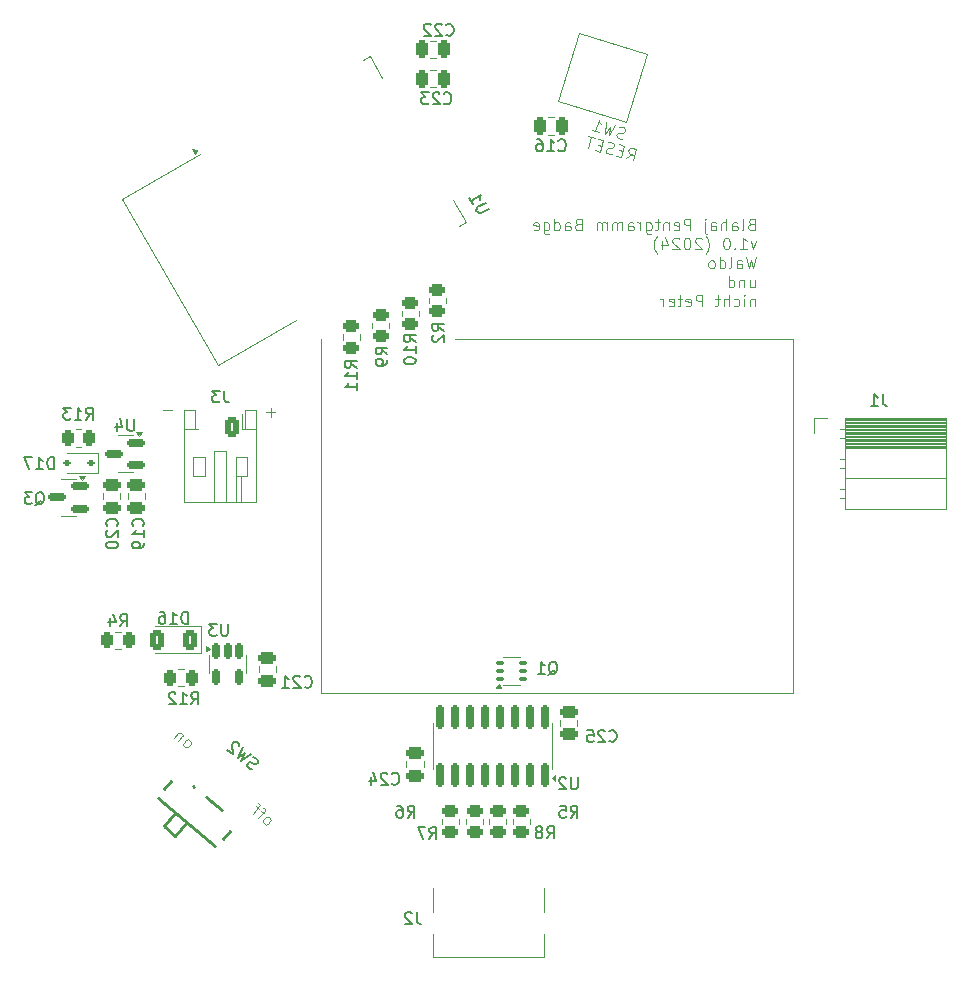
<source format=gbo>
G04 #@! TF.GenerationSoftware,KiCad,Pcbnew,8.0.4*
G04 #@! TF.CreationDate,2024-08-11T22:53:44+02:00*
G04 #@! TF.ProjectId,Haibadge_B,48616962-6164-4676-955f-422e6b696361,rev?*
G04 #@! TF.SameCoordinates,Original*
G04 #@! TF.FileFunction,Legend,Bot*
G04 #@! TF.FilePolarity,Positive*
%FSLAX46Y46*%
G04 Gerber Fmt 4.6, Leading zero omitted, Abs format (unit mm)*
G04 Created by KiCad (PCBNEW 8.0.4) date 2024-08-11 22:53:44*
%MOMM*%
%LPD*%
G01*
G04 APERTURE LIST*
G04 Aperture macros list*
%AMRoundRect*
0 Rectangle with rounded corners*
0 $1 Rounding radius*
0 $2 $3 $4 $5 $6 $7 $8 $9 X,Y pos of 4 corners*
0 Add a 4 corners polygon primitive as box body*
4,1,4,$2,$3,$4,$5,$6,$7,$8,$9,$2,$3,0*
0 Add four circle primitives for the rounded corners*
1,1,$1+$1,$2,$3*
1,1,$1+$1,$4,$5*
1,1,$1+$1,$6,$7*
1,1,$1+$1,$8,$9*
0 Add four rect primitives between the rounded corners*
20,1,$1+$1,$2,$3,$4,$5,0*
20,1,$1+$1,$4,$5,$6,$7,0*
20,1,$1+$1,$6,$7,$8,$9,0*
20,1,$1+$1,$8,$9,$2,$3,0*%
%AMRotRect*
0 Rectangle, with rotation*
0 The origin of the aperture is its center*
0 $1 length*
0 $2 width*
0 $3 Rotation angle, in degrees counterclockwise*
0 Add horizontal line*
21,1,$1,$2,0,0,$3*%
G04 Aperture macros list end*
%ADD10C,0.100000*%
%ADD11C,0.150000*%
%ADD12C,0.250000*%
%ADD13C,0.120000*%
%ADD14RotRect,0.900000X1.800000X140.000000*%
%ADD15RotRect,1.100000X0.930000X140.000000*%
%ADD16C,0.850000*%
%ADD17RoundRect,0.150000X0.587500X0.150000X-0.587500X0.150000X-0.587500X-0.150000X0.587500X-0.150000X0*%
%ADD18RoundRect,0.250000X0.375000X0.625000X-0.375000X0.625000X-0.375000X-0.625000X0.375000X-0.625000X0*%
%ADD19C,2.700000*%
%ADD20RoundRect,0.250000X-0.450000X0.262500X-0.450000X-0.262500X0.450000X-0.262500X0.450000X0.262500X0*%
%ADD21RoundRect,0.250000X-0.250000X-0.475000X0.250000X-0.475000X0.250000X0.475000X-0.250000X0.475000X0*%
%ADD22RoundRect,0.250000X0.262500X0.450000X-0.262500X0.450000X-0.262500X-0.450000X0.262500X-0.450000X0*%
%ADD23RoundRect,0.250000X-0.262500X-0.450000X0.262500X-0.450000X0.262500X0.450000X-0.262500X0.450000X0*%
%ADD24RoundRect,0.250000X-0.475000X0.250000X-0.475000X-0.250000X0.475000X-0.250000X0.475000X0.250000X0*%
%ADD25RoundRect,0.250000X0.450000X-0.262500X0.450000X0.262500X-0.450000X0.262500X-0.450000X-0.262500X0*%
%ADD26RotRect,2.000000X1.000000X163.000000*%
%ADD27RoundRect,0.100000X-0.225000X-0.100000X0.225000X-0.100000X0.225000X0.100000X-0.225000X0.100000X0*%
%ADD28RoundRect,0.150000X0.150000X-0.825000X0.150000X0.825000X-0.150000X0.825000X-0.150000X-0.825000X0*%
%ADD29RoundRect,0.150000X-0.150000X0.512500X-0.150000X-0.512500X0.150000X-0.512500X0.150000X0.512500X0*%
%ADD30RoundRect,0.250000X0.475000X-0.250000X0.475000X0.250000X-0.475000X0.250000X-0.475000X-0.250000X0*%
%ADD31RoundRect,0.250000X0.350000X0.625000X-0.350000X0.625000X-0.350000X-0.625000X0.350000X-0.625000X0*%
%ADD32O,1.200000X1.750000*%
%ADD33R,1.700000X1.700000*%
%ADD34O,1.700000X1.700000*%
%ADD35RoundRect,0.112500X0.187500X0.112500X-0.187500X0.112500X-0.187500X-0.112500X0.187500X-0.112500X0*%
%ADD36C,0.650000*%
%ADD37R,0.600000X1.450000*%
%ADD38R,0.300000X1.450000*%
%ADD39O,1.000000X1.600000*%
%ADD40O,1.000000X2.100000*%
%ADD41RotRect,2.500000X1.000000X300.000000*%
%ADD42RotRect,1.000000X1.800000X300.000000*%
G04 APERTURE END LIST*
D10*
X113396115Y-134541466D02*
X112634211Y-134541466D01*
X122146115Y-134741466D02*
X121384211Y-134741466D01*
X121765163Y-135122419D02*
X121765163Y-134360514D01*
X151887533Y-113250218D02*
X152332755Y-112876526D01*
X152439490Y-113398115D02*
X152698309Y-112432189D01*
X152698309Y-112432189D02*
X152330338Y-112333591D01*
X152330338Y-112333591D02*
X152226020Y-112354938D01*
X152226020Y-112354938D02*
X152167699Y-112388610D01*
X152167699Y-112388610D02*
X152097053Y-112468278D01*
X152097053Y-112468278D02*
X152060079Y-112606268D01*
X152060079Y-112606268D02*
X152081426Y-112710585D01*
X152081426Y-112710585D02*
X152115097Y-112768906D01*
X152115097Y-112768906D02*
X152194766Y-112839552D01*
X152194766Y-112839552D02*
X152562737Y-112938150D01*
X151609136Y-112633335D02*
X151287161Y-112547062D01*
X151013600Y-113016049D02*
X151473564Y-113139296D01*
X151473564Y-113139296D02*
X151732383Y-112173370D01*
X151732383Y-112173370D02*
X151272419Y-112050123D01*
X150657953Y-112871454D02*
X150507639Y-112880477D01*
X150507639Y-112880477D02*
X150277656Y-112818853D01*
X150277656Y-112818853D02*
X150197988Y-112748207D01*
X150197988Y-112748207D02*
X150164316Y-112689886D01*
X150164316Y-112689886D02*
X150142969Y-112585568D01*
X150142969Y-112585568D02*
X150167619Y-112493575D01*
X150167619Y-112493575D02*
X150238264Y-112413907D01*
X150238264Y-112413907D02*
X150296586Y-112380235D01*
X150296586Y-112380235D02*
X150400903Y-112358888D01*
X150400903Y-112358888D02*
X150597214Y-112362191D01*
X150597214Y-112362191D02*
X150701532Y-112340844D01*
X150701532Y-112340844D02*
X150759853Y-112307172D01*
X150759853Y-112307172D02*
X150830499Y-112227504D01*
X150830499Y-112227504D02*
X150855148Y-112135511D01*
X150855148Y-112135511D02*
X150833801Y-112031193D01*
X150833801Y-112031193D02*
X150800129Y-111972872D01*
X150800129Y-111972872D02*
X150720461Y-111902226D01*
X150720461Y-111902226D02*
X150490479Y-111840602D01*
X150490479Y-111840602D02*
X150340165Y-111849625D01*
X149815274Y-112152671D02*
X149493299Y-112066398D01*
X149219737Y-112535385D02*
X149679702Y-112658632D01*
X149679702Y-112658632D02*
X149938521Y-111692706D01*
X149938521Y-111692706D02*
X149478556Y-111569459D01*
X149202577Y-111495510D02*
X148650620Y-111347614D01*
X148667780Y-112387488D02*
X148926599Y-111421562D01*
X114539783Y-163065107D02*
X114643349Y-163089847D01*
X114643349Y-163089847D02*
X114710436Y-163083977D01*
X114710436Y-163083977D02*
X114808132Y-163041630D01*
X114808132Y-163041630D02*
X114991786Y-162822760D01*
X114991786Y-162822760D02*
X115016525Y-162719194D01*
X115016525Y-162719194D02*
X115010656Y-162652107D01*
X115010656Y-162652107D02*
X114968308Y-162554411D01*
X114968308Y-162554411D02*
X114858873Y-162462584D01*
X114858873Y-162462584D02*
X114755308Y-162437844D01*
X114755308Y-162437844D02*
X114688221Y-162443714D01*
X114688221Y-162443714D02*
X114590524Y-162486061D01*
X114590524Y-162486061D02*
X114406871Y-162704931D01*
X114406871Y-162704931D02*
X114382131Y-162808497D01*
X114382131Y-162808497D02*
X114388001Y-162875584D01*
X114388001Y-162875584D02*
X114430348Y-162973280D01*
X114430348Y-162973280D02*
X114539783Y-163065107D01*
X114384655Y-162064668D02*
X113956130Y-162575364D01*
X114323437Y-162137624D02*
X114317568Y-162070537D01*
X114317568Y-162070537D02*
X114275220Y-161972841D01*
X114275220Y-161972841D02*
X114165785Y-161881014D01*
X114165785Y-161881014D02*
X114062220Y-161856275D01*
X114062220Y-161856275D02*
X113964524Y-161898622D01*
X113964524Y-161898622D02*
X113627825Y-162299884D01*
X121289783Y-169615107D02*
X121393349Y-169639847D01*
X121393349Y-169639847D02*
X121460436Y-169633977D01*
X121460436Y-169633977D02*
X121558132Y-169591630D01*
X121558132Y-169591630D02*
X121741786Y-169372760D01*
X121741786Y-169372760D02*
X121766525Y-169269194D01*
X121766525Y-169269194D02*
X121760656Y-169202107D01*
X121760656Y-169202107D02*
X121718308Y-169104411D01*
X121718308Y-169104411D02*
X121608873Y-169012584D01*
X121608873Y-169012584D02*
X121505308Y-168987844D01*
X121505308Y-168987844D02*
X121438221Y-168993714D01*
X121438221Y-168993714D02*
X121340524Y-169036061D01*
X121340524Y-169036061D02*
X121156871Y-169254931D01*
X121156871Y-169254931D02*
X121132131Y-169358497D01*
X121132131Y-169358497D02*
X121138001Y-169425584D01*
X121138001Y-169425584D02*
X121180348Y-169523280D01*
X121180348Y-169523280D02*
X121289783Y-169615107D01*
X121244090Y-168706495D02*
X120952264Y-168461623D01*
X120706130Y-169125364D02*
X121257091Y-168468754D01*
X121257091Y-168468754D02*
X121281831Y-168365189D01*
X121281831Y-168365189D02*
X121239483Y-168267493D01*
X121239483Y-168267493D02*
X121166526Y-168206275D01*
X120806350Y-168339187D02*
X120514524Y-168094316D01*
X120268390Y-168758057D02*
X120819351Y-168101447D01*
X120819351Y-168101447D02*
X120844091Y-167997881D01*
X120844091Y-167997881D02*
X120801743Y-167900185D01*
X120801743Y-167900185D02*
X120728786Y-167838967D01*
X126000000Y-158500000D02*
X126000000Y-128500000D01*
X166000000Y-128500000D02*
X137400000Y-128500000D01*
X166000000Y-128500000D02*
X166000000Y-158500000D01*
X166000000Y-158500000D02*
X126000000Y-158500000D01*
X162462782Y-118808833D02*
X162319925Y-118856452D01*
X162319925Y-118856452D02*
X162272306Y-118904071D01*
X162272306Y-118904071D02*
X162224687Y-118999309D01*
X162224687Y-118999309D02*
X162224687Y-119142166D01*
X162224687Y-119142166D02*
X162272306Y-119237404D01*
X162272306Y-119237404D02*
X162319925Y-119285024D01*
X162319925Y-119285024D02*
X162415163Y-119332643D01*
X162415163Y-119332643D02*
X162796115Y-119332643D01*
X162796115Y-119332643D02*
X162796115Y-118332643D01*
X162796115Y-118332643D02*
X162462782Y-118332643D01*
X162462782Y-118332643D02*
X162367544Y-118380262D01*
X162367544Y-118380262D02*
X162319925Y-118427881D01*
X162319925Y-118427881D02*
X162272306Y-118523119D01*
X162272306Y-118523119D02*
X162272306Y-118618357D01*
X162272306Y-118618357D02*
X162319925Y-118713595D01*
X162319925Y-118713595D02*
X162367544Y-118761214D01*
X162367544Y-118761214D02*
X162462782Y-118808833D01*
X162462782Y-118808833D02*
X162796115Y-118808833D01*
X161653258Y-119332643D02*
X161748496Y-119285024D01*
X161748496Y-119285024D02*
X161796115Y-119189785D01*
X161796115Y-119189785D02*
X161796115Y-118332643D01*
X160843734Y-119332643D02*
X160843734Y-118808833D01*
X160843734Y-118808833D02*
X160891353Y-118713595D01*
X160891353Y-118713595D02*
X160986591Y-118665976D01*
X160986591Y-118665976D02*
X161177067Y-118665976D01*
X161177067Y-118665976D02*
X161272305Y-118713595D01*
X160843734Y-119285024D02*
X160938972Y-119332643D01*
X160938972Y-119332643D02*
X161177067Y-119332643D01*
X161177067Y-119332643D02*
X161272305Y-119285024D01*
X161272305Y-119285024D02*
X161319924Y-119189785D01*
X161319924Y-119189785D02*
X161319924Y-119094547D01*
X161319924Y-119094547D02*
X161272305Y-118999309D01*
X161272305Y-118999309D02*
X161177067Y-118951690D01*
X161177067Y-118951690D02*
X160938972Y-118951690D01*
X160938972Y-118951690D02*
X160843734Y-118904071D01*
X160367543Y-119332643D02*
X160367543Y-118332643D01*
X159938972Y-119332643D02*
X159938972Y-118808833D01*
X159938972Y-118808833D02*
X159986591Y-118713595D01*
X159986591Y-118713595D02*
X160081829Y-118665976D01*
X160081829Y-118665976D02*
X160224686Y-118665976D01*
X160224686Y-118665976D02*
X160319924Y-118713595D01*
X160319924Y-118713595D02*
X160367543Y-118761214D01*
X159034210Y-119332643D02*
X159034210Y-118808833D01*
X159034210Y-118808833D02*
X159081829Y-118713595D01*
X159081829Y-118713595D02*
X159177067Y-118665976D01*
X159177067Y-118665976D02*
X159367543Y-118665976D01*
X159367543Y-118665976D02*
X159462781Y-118713595D01*
X159034210Y-119285024D02*
X159129448Y-119332643D01*
X159129448Y-119332643D02*
X159367543Y-119332643D01*
X159367543Y-119332643D02*
X159462781Y-119285024D01*
X159462781Y-119285024D02*
X159510400Y-119189785D01*
X159510400Y-119189785D02*
X159510400Y-119094547D01*
X159510400Y-119094547D02*
X159462781Y-118999309D01*
X159462781Y-118999309D02*
X159367543Y-118951690D01*
X159367543Y-118951690D02*
X159129448Y-118951690D01*
X159129448Y-118951690D02*
X159034210Y-118904071D01*
X158558019Y-118665976D02*
X158558019Y-119523119D01*
X158558019Y-119523119D02*
X158605638Y-119618357D01*
X158605638Y-119618357D02*
X158700876Y-119665976D01*
X158700876Y-119665976D02*
X158748495Y-119665976D01*
X158558019Y-118332643D02*
X158605638Y-118380262D01*
X158605638Y-118380262D02*
X158558019Y-118427881D01*
X158558019Y-118427881D02*
X158510400Y-118380262D01*
X158510400Y-118380262D02*
X158558019Y-118332643D01*
X158558019Y-118332643D02*
X158558019Y-118427881D01*
X157319924Y-119332643D02*
X157319924Y-118332643D01*
X157319924Y-118332643D02*
X156938972Y-118332643D01*
X156938972Y-118332643D02*
X156843734Y-118380262D01*
X156843734Y-118380262D02*
X156796115Y-118427881D01*
X156796115Y-118427881D02*
X156748496Y-118523119D01*
X156748496Y-118523119D02*
X156748496Y-118665976D01*
X156748496Y-118665976D02*
X156796115Y-118761214D01*
X156796115Y-118761214D02*
X156843734Y-118808833D01*
X156843734Y-118808833D02*
X156938972Y-118856452D01*
X156938972Y-118856452D02*
X157319924Y-118856452D01*
X155938972Y-119285024D02*
X156034210Y-119332643D01*
X156034210Y-119332643D02*
X156224686Y-119332643D01*
X156224686Y-119332643D02*
X156319924Y-119285024D01*
X156319924Y-119285024D02*
X156367543Y-119189785D01*
X156367543Y-119189785D02*
X156367543Y-118808833D01*
X156367543Y-118808833D02*
X156319924Y-118713595D01*
X156319924Y-118713595D02*
X156224686Y-118665976D01*
X156224686Y-118665976D02*
X156034210Y-118665976D01*
X156034210Y-118665976D02*
X155938972Y-118713595D01*
X155938972Y-118713595D02*
X155891353Y-118808833D01*
X155891353Y-118808833D02*
X155891353Y-118904071D01*
X155891353Y-118904071D02*
X156367543Y-118999309D01*
X155462781Y-118665976D02*
X155462781Y-119332643D01*
X155462781Y-118761214D02*
X155415162Y-118713595D01*
X155415162Y-118713595D02*
X155319924Y-118665976D01*
X155319924Y-118665976D02*
X155177067Y-118665976D01*
X155177067Y-118665976D02*
X155081829Y-118713595D01*
X155081829Y-118713595D02*
X155034210Y-118808833D01*
X155034210Y-118808833D02*
X155034210Y-119332643D01*
X154700876Y-118665976D02*
X154319924Y-118665976D01*
X154558019Y-118332643D02*
X154558019Y-119189785D01*
X154558019Y-119189785D02*
X154510400Y-119285024D01*
X154510400Y-119285024D02*
X154415162Y-119332643D01*
X154415162Y-119332643D02*
X154319924Y-119332643D01*
X153558019Y-118665976D02*
X153558019Y-119475500D01*
X153558019Y-119475500D02*
X153605638Y-119570738D01*
X153605638Y-119570738D02*
X153653257Y-119618357D01*
X153653257Y-119618357D02*
X153748495Y-119665976D01*
X153748495Y-119665976D02*
X153891352Y-119665976D01*
X153891352Y-119665976D02*
X153986590Y-119618357D01*
X153558019Y-119285024D02*
X153653257Y-119332643D01*
X153653257Y-119332643D02*
X153843733Y-119332643D01*
X153843733Y-119332643D02*
X153938971Y-119285024D01*
X153938971Y-119285024D02*
X153986590Y-119237404D01*
X153986590Y-119237404D02*
X154034209Y-119142166D01*
X154034209Y-119142166D02*
X154034209Y-118856452D01*
X154034209Y-118856452D02*
X153986590Y-118761214D01*
X153986590Y-118761214D02*
X153938971Y-118713595D01*
X153938971Y-118713595D02*
X153843733Y-118665976D01*
X153843733Y-118665976D02*
X153653257Y-118665976D01*
X153653257Y-118665976D02*
X153558019Y-118713595D01*
X153081828Y-119332643D02*
X153081828Y-118665976D01*
X153081828Y-118856452D02*
X153034209Y-118761214D01*
X153034209Y-118761214D02*
X152986590Y-118713595D01*
X152986590Y-118713595D02*
X152891352Y-118665976D01*
X152891352Y-118665976D02*
X152796114Y-118665976D01*
X152034209Y-119332643D02*
X152034209Y-118808833D01*
X152034209Y-118808833D02*
X152081828Y-118713595D01*
X152081828Y-118713595D02*
X152177066Y-118665976D01*
X152177066Y-118665976D02*
X152367542Y-118665976D01*
X152367542Y-118665976D02*
X152462780Y-118713595D01*
X152034209Y-119285024D02*
X152129447Y-119332643D01*
X152129447Y-119332643D02*
X152367542Y-119332643D01*
X152367542Y-119332643D02*
X152462780Y-119285024D01*
X152462780Y-119285024D02*
X152510399Y-119189785D01*
X152510399Y-119189785D02*
X152510399Y-119094547D01*
X152510399Y-119094547D02*
X152462780Y-118999309D01*
X152462780Y-118999309D02*
X152367542Y-118951690D01*
X152367542Y-118951690D02*
X152129447Y-118951690D01*
X152129447Y-118951690D02*
X152034209Y-118904071D01*
X151558018Y-119332643D02*
X151558018Y-118665976D01*
X151558018Y-118761214D02*
X151510399Y-118713595D01*
X151510399Y-118713595D02*
X151415161Y-118665976D01*
X151415161Y-118665976D02*
X151272304Y-118665976D01*
X151272304Y-118665976D02*
X151177066Y-118713595D01*
X151177066Y-118713595D02*
X151129447Y-118808833D01*
X151129447Y-118808833D02*
X151129447Y-119332643D01*
X151129447Y-118808833D02*
X151081828Y-118713595D01*
X151081828Y-118713595D02*
X150986590Y-118665976D01*
X150986590Y-118665976D02*
X150843733Y-118665976D01*
X150843733Y-118665976D02*
X150748494Y-118713595D01*
X150748494Y-118713595D02*
X150700875Y-118808833D01*
X150700875Y-118808833D02*
X150700875Y-119332643D01*
X150224685Y-119332643D02*
X150224685Y-118665976D01*
X150224685Y-118761214D02*
X150177066Y-118713595D01*
X150177066Y-118713595D02*
X150081828Y-118665976D01*
X150081828Y-118665976D02*
X149938971Y-118665976D01*
X149938971Y-118665976D02*
X149843733Y-118713595D01*
X149843733Y-118713595D02*
X149796114Y-118808833D01*
X149796114Y-118808833D02*
X149796114Y-119332643D01*
X149796114Y-118808833D02*
X149748495Y-118713595D01*
X149748495Y-118713595D02*
X149653257Y-118665976D01*
X149653257Y-118665976D02*
X149510400Y-118665976D01*
X149510400Y-118665976D02*
X149415161Y-118713595D01*
X149415161Y-118713595D02*
X149367542Y-118808833D01*
X149367542Y-118808833D02*
X149367542Y-119332643D01*
X147796114Y-118808833D02*
X147653257Y-118856452D01*
X147653257Y-118856452D02*
X147605638Y-118904071D01*
X147605638Y-118904071D02*
X147558019Y-118999309D01*
X147558019Y-118999309D02*
X147558019Y-119142166D01*
X147558019Y-119142166D02*
X147605638Y-119237404D01*
X147605638Y-119237404D02*
X147653257Y-119285024D01*
X147653257Y-119285024D02*
X147748495Y-119332643D01*
X147748495Y-119332643D02*
X148129447Y-119332643D01*
X148129447Y-119332643D02*
X148129447Y-118332643D01*
X148129447Y-118332643D02*
X147796114Y-118332643D01*
X147796114Y-118332643D02*
X147700876Y-118380262D01*
X147700876Y-118380262D02*
X147653257Y-118427881D01*
X147653257Y-118427881D02*
X147605638Y-118523119D01*
X147605638Y-118523119D02*
X147605638Y-118618357D01*
X147605638Y-118618357D02*
X147653257Y-118713595D01*
X147653257Y-118713595D02*
X147700876Y-118761214D01*
X147700876Y-118761214D02*
X147796114Y-118808833D01*
X147796114Y-118808833D02*
X148129447Y-118808833D01*
X146700876Y-119332643D02*
X146700876Y-118808833D01*
X146700876Y-118808833D02*
X146748495Y-118713595D01*
X146748495Y-118713595D02*
X146843733Y-118665976D01*
X146843733Y-118665976D02*
X147034209Y-118665976D01*
X147034209Y-118665976D02*
X147129447Y-118713595D01*
X146700876Y-119285024D02*
X146796114Y-119332643D01*
X146796114Y-119332643D02*
X147034209Y-119332643D01*
X147034209Y-119332643D02*
X147129447Y-119285024D01*
X147129447Y-119285024D02*
X147177066Y-119189785D01*
X147177066Y-119189785D02*
X147177066Y-119094547D01*
X147177066Y-119094547D02*
X147129447Y-118999309D01*
X147129447Y-118999309D02*
X147034209Y-118951690D01*
X147034209Y-118951690D02*
X146796114Y-118951690D01*
X146796114Y-118951690D02*
X146700876Y-118904071D01*
X145796114Y-119332643D02*
X145796114Y-118332643D01*
X145796114Y-119285024D02*
X145891352Y-119332643D01*
X145891352Y-119332643D02*
X146081828Y-119332643D01*
X146081828Y-119332643D02*
X146177066Y-119285024D01*
X146177066Y-119285024D02*
X146224685Y-119237404D01*
X146224685Y-119237404D02*
X146272304Y-119142166D01*
X146272304Y-119142166D02*
X146272304Y-118856452D01*
X146272304Y-118856452D02*
X146224685Y-118761214D01*
X146224685Y-118761214D02*
X146177066Y-118713595D01*
X146177066Y-118713595D02*
X146081828Y-118665976D01*
X146081828Y-118665976D02*
X145891352Y-118665976D01*
X145891352Y-118665976D02*
X145796114Y-118713595D01*
X144891352Y-118665976D02*
X144891352Y-119475500D01*
X144891352Y-119475500D02*
X144938971Y-119570738D01*
X144938971Y-119570738D02*
X144986590Y-119618357D01*
X144986590Y-119618357D02*
X145081828Y-119665976D01*
X145081828Y-119665976D02*
X145224685Y-119665976D01*
X145224685Y-119665976D02*
X145319923Y-119618357D01*
X144891352Y-119285024D02*
X144986590Y-119332643D01*
X144986590Y-119332643D02*
X145177066Y-119332643D01*
X145177066Y-119332643D02*
X145272304Y-119285024D01*
X145272304Y-119285024D02*
X145319923Y-119237404D01*
X145319923Y-119237404D02*
X145367542Y-119142166D01*
X145367542Y-119142166D02*
X145367542Y-118856452D01*
X145367542Y-118856452D02*
X145319923Y-118761214D01*
X145319923Y-118761214D02*
X145272304Y-118713595D01*
X145272304Y-118713595D02*
X145177066Y-118665976D01*
X145177066Y-118665976D02*
X144986590Y-118665976D01*
X144986590Y-118665976D02*
X144891352Y-118713595D01*
X144034209Y-119285024D02*
X144129447Y-119332643D01*
X144129447Y-119332643D02*
X144319923Y-119332643D01*
X144319923Y-119332643D02*
X144415161Y-119285024D01*
X144415161Y-119285024D02*
X144462780Y-119189785D01*
X144462780Y-119189785D02*
X144462780Y-118808833D01*
X144462780Y-118808833D02*
X144415161Y-118713595D01*
X144415161Y-118713595D02*
X144319923Y-118665976D01*
X144319923Y-118665976D02*
X144129447Y-118665976D01*
X144129447Y-118665976D02*
X144034209Y-118713595D01*
X144034209Y-118713595D02*
X143986590Y-118808833D01*
X143986590Y-118808833D02*
X143986590Y-118904071D01*
X143986590Y-118904071D02*
X144462780Y-118999309D01*
X162891353Y-120275920D02*
X162653258Y-120942587D01*
X162653258Y-120942587D02*
X162415163Y-120275920D01*
X161510401Y-120942587D02*
X162081829Y-120942587D01*
X161796115Y-120942587D02*
X161796115Y-119942587D01*
X161796115Y-119942587D02*
X161891353Y-120085444D01*
X161891353Y-120085444D02*
X161986591Y-120180682D01*
X161986591Y-120180682D02*
X162081829Y-120228301D01*
X161081829Y-120847348D02*
X161034210Y-120894968D01*
X161034210Y-120894968D02*
X161081829Y-120942587D01*
X161081829Y-120942587D02*
X161129448Y-120894968D01*
X161129448Y-120894968D02*
X161081829Y-120847348D01*
X161081829Y-120847348D02*
X161081829Y-120942587D01*
X160415163Y-119942587D02*
X160319925Y-119942587D01*
X160319925Y-119942587D02*
X160224687Y-119990206D01*
X160224687Y-119990206D02*
X160177068Y-120037825D01*
X160177068Y-120037825D02*
X160129449Y-120133063D01*
X160129449Y-120133063D02*
X160081830Y-120323539D01*
X160081830Y-120323539D02*
X160081830Y-120561634D01*
X160081830Y-120561634D02*
X160129449Y-120752110D01*
X160129449Y-120752110D02*
X160177068Y-120847348D01*
X160177068Y-120847348D02*
X160224687Y-120894968D01*
X160224687Y-120894968D02*
X160319925Y-120942587D01*
X160319925Y-120942587D02*
X160415163Y-120942587D01*
X160415163Y-120942587D02*
X160510401Y-120894968D01*
X160510401Y-120894968D02*
X160558020Y-120847348D01*
X160558020Y-120847348D02*
X160605639Y-120752110D01*
X160605639Y-120752110D02*
X160653258Y-120561634D01*
X160653258Y-120561634D02*
X160653258Y-120323539D01*
X160653258Y-120323539D02*
X160605639Y-120133063D01*
X160605639Y-120133063D02*
X160558020Y-120037825D01*
X160558020Y-120037825D02*
X160510401Y-119990206D01*
X160510401Y-119990206D02*
X160415163Y-119942587D01*
X158605639Y-121323539D02*
X158653258Y-121275920D01*
X158653258Y-121275920D02*
X158748496Y-121133063D01*
X158748496Y-121133063D02*
X158796115Y-121037825D01*
X158796115Y-121037825D02*
X158843734Y-120894968D01*
X158843734Y-120894968D02*
X158891353Y-120656872D01*
X158891353Y-120656872D02*
X158891353Y-120466396D01*
X158891353Y-120466396D02*
X158843734Y-120228301D01*
X158843734Y-120228301D02*
X158796115Y-120085444D01*
X158796115Y-120085444D02*
X158748496Y-119990206D01*
X158748496Y-119990206D02*
X158653258Y-119847348D01*
X158653258Y-119847348D02*
X158605639Y-119799729D01*
X158272305Y-120037825D02*
X158224686Y-119990206D01*
X158224686Y-119990206D02*
X158129448Y-119942587D01*
X158129448Y-119942587D02*
X157891353Y-119942587D01*
X157891353Y-119942587D02*
X157796115Y-119990206D01*
X157796115Y-119990206D02*
X157748496Y-120037825D01*
X157748496Y-120037825D02*
X157700877Y-120133063D01*
X157700877Y-120133063D02*
X157700877Y-120228301D01*
X157700877Y-120228301D02*
X157748496Y-120371158D01*
X157748496Y-120371158D02*
X158319924Y-120942587D01*
X158319924Y-120942587D02*
X157700877Y-120942587D01*
X157081829Y-119942587D02*
X156986591Y-119942587D01*
X156986591Y-119942587D02*
X156891353Y-119990206D01*
X156891353Y-119990206D02*
X156843734Y-120037825D01*
X156843734Y-120037825D02*
X156796115Y-120133063D01*
X156796115Y-120133063D02*
X156748496Y-120323539D01*
X156748496Y-120323539D02*
X156748496Y-120561634D01*
X156748496Y-120561634D02*
X156796115Y-120752110D01*
X156796115Y-120752110D02*
X156843734Y-120847348D01*
X156843734Y-120847348D02*
X156891353Y-120894968D01*
X156891353Y-120894968D02*
X156986591Y-120942587D01*
X156986591Y-120942587D02*
X157081829Y-120942587D01*
X157081829Y-120942587D02*
X157177067Y-120894968D01*
X157177067Y-120894968D02*
X157224686Y-120847348D01*
X157224686Y-120847348D02*
X157272305Y-120752110D01*
X157272305Y-120752110D02*
X157319924Y-120561634D01*
X157319924Y-120561634D02*
X157319924Y-120323539D01*
X157319924Y-120323539D02*
X157272305Y-120133063D01*
X157272305Y-120133063D02*
X157224686Y-120037825D01*
X157224686Y-120037825D02*
X157177067Y-119990206D01*
X157177067Y-119990206D02*
X157081829Y-119942587D01*
X156367543Y-120037825D02*
X156319924Y-119990206D01*
X156319924Y-119990206D02*
X156224686Y-119942587D01*
X156224686Y-119942587D02*
X155986591Y-119942587D01*
X155986591Y-119942587D02*
X155891353Y-119990206D01*
X155891353Y-119990206D02*
X155843734Y-120037825D01*
X155843734Y-120037825D02*
X155796115Y-120133063D01*
X155796115Y-120133063D02*
X155796115Y-120228301D01*
X155796115Y-120228301D02*
X155843734Y-120371158D01*
X155843734Y-120371158D02*
X156415162Y-120942587D01*
X156415162Y-120942587D02*
X155796115Y-120942587D01*
X154938972Y-120275920D02*
X154938972Y-120942587D01*
X155177067Y-119894968D02*
X155415162Y-120609253D01*
X155415162Y-120609253D02*
X154796115Y-120609253D01*
X154510400Y-121323539D02*
X154462781Y-121275920D01*
X154462781Y-121275920D02*
X154367543Y-121133063D01*
X154367543Y-121133063D02*
X154319924Y-121037825D01*
X154319924Y-121037825D02*
X154272305Y-120894968D01*
X154272305Y-120894968D02*
X154224686Y-120656872D01*
X154224686Y-120656872D02*
X154224686Y-120466396D01*
X154224686Y-120466396D02*
X154272305Y-120228301D01*
X154272305Y-120228301D02*
X154319924Y-120085444D01*
X154319924Y-120085444D02*
X154367543Y-119990206D01*
X154367543Y-119990206D02*
X154462781Y-119847348D01*
X154462781Y-119847348D02*
X154510400Y-119799729D01*
X162891353Y-121552531D02*
X162653258Y-122552531D01*
X162653258Y-122552531D02*
X162462782Y-121838245D01*
X162462782Y-121838245D02*
X162272306Y-122552531D01*
X162272306Y-122552531D02*
X162034211Y-121552531D01*
X161224687Y-122552531D02*
X161224687Y-122028721D01*
X161224687Y-122028721D02*
X161272306Y-121933483D01*
X161272306Y-121933483D02*
X161367544Y-121885864D01*
X161367544Y-121885864D02*
X161558020Y-121885864D01*
X161558020Y-121885864D02*
X161653258Y-121933483D01*
X161224687Y-122504912D02*
X161319925Y-122552531D01*
X161319925Y-122552531D02*
X161558020Y-122552531D01*
X161558020Y-122552531D02*
X161653258Y-122504912D01*
X161653258Y-122504912D02*
X161700877Y-122409673D01*
X161700877Y-122409673D02*
X161700877Y-122314435D01*
X161700877Y-122314435D02*
X161653258Y-122219197D01*
X161653258Y-122219197D02*
X161558020Y-122171578D01*
X161558020Y-122171578D02*
X161319925Y-122171578D01*
X161319925Y-122171578D02*
X161224687Y-122123959D01*
X160605639Y-122552531D02*
X160700877Y-122504912D01*
X160700877Y-122504912D02*
X160748496Y-122409673D01*
X160748496Y-122409673D02*
X160748496Y-121552531D01*
X159796115Y-122552531D02*
X159796115Y-121552531D01*
X159796115Y-122504912D02*
X159891353Y-122552531D01*
X159891353Y-122552531D02*
X160081829Y-122552531D01*
X160081829Y-122552531D02*
X160177067Y-122504912D01*
X160177067Y-122504912D02*
X160224686Y-122457292D01*
X160224686Y-122457292D02*
X160272305Y-122362054D01*
X160272305Y-122362054D02*
X160272305Y-122076340D01*
X160272305Y-122076340D02*
X160224686Y-121981102D01*
X160224686Y-121981102D02*
X160177067Y-121933483D01*
X160177067Y-121933483D02*
X160081829Y-121885864D01*
X160081829Y-121885864D02*
X159891353Y-121885864D01*
X159891353Y-121885864D02*
X159796115Y-121933483D01*
X159177067Y-122552531D02*
X159272305Y-122504912D01*
X159272305Y-122504912D02*
X159319924Y-122457292D01*
X159319924Y-122457292D02*
X159367543Y-122362054D01*
X159367543Y-122362054D02*
X159367543Y-122076340D01*
X159367543Y-122076340D02*
X159319924Y-121981102D01*
X159319924Y-121981102D02*
X159272305Y-121933483D01*
X159272305Y-121933483D02*
X159177067Y-121885864D01*
X159177067Y-121885864D02*
X159034210Y-121885864D01*
X159034210Y-121885864D02*
X158938972Y-121933483D01*
X158938972Y-121933483D02*
X158891353Y-121981102D01*
X158891353Y-121981102D02*
X158843734Y-122076340D01*
X158843734Y-122076340D02*
X158843734Y-122362054D01*
X158843734Y-122362054D02*
X158891353Y-122457292D01*
X158891353Y-122457292D02*
X158938972Y-122504912D01*
X158938972Y-122504912D02*
X159034210Y-122552531D01*
X159034210Y-122552531D02*
X159177067Y-122552531D01*
X162367544Y-123495808D02*
X162367544Y-124162475D01*
X162796115Y-123495808D02*
X162796115Y-124019617D01*
X162796115Y-124019617D02*
X162748496Y-124114856D01*
X162748496Y-124114856D02*
X162653258Y-124162475D01*
X162653258Y-124162475D02*
X162510401Y-124162475D01*
X162510401Y-124162475D02*
X162415163Y-124114856D01*
X162415163Y-124114856D02*
X162367544Y-124067236D01*
X161891353Y-123495808D02*
X161891353Y-124162475D01*
X161891353Y-123591046D02*
X161843734Y-123543427D01*
X161843734Y-123543427D02*
X161748496Y-123495808D01*
X161748496Y-123495808D02*
X161605639Y-123495808D01*
X161605639Y-123495808D02*
X161510401Y-123543427D01*
X161510401Y-123543427D02*
X161462782Y-123638665D01*
X161462782Y-123638665D02*
X161462782Y-124162475D01*
X160558020Y-124162475D02*
X160558020Y-123162475D01*
X160558020Y-124114856D02*
X160653258Y-124162475D01*
X160653258Y-124162475D02*
X160843734Y-124162475D01*
X160843734Y-124162475D02*
X160938972Y-124114856D01*
X160938972Y-124114856D02*
X160986591Y-124067236D01*
X160986591Y-124067236D02*
X161034210Y-123971998D01*
X161034210Y-123971998D02*
X161034210Y-123686284D01*
X161034210Y-123686284D02*
X160986591Y-123591046D01*
X160986591Y-123591046D02*
X160938972Y-123543427D01*
X160938972Y-123543427D02*
X160843734Y-123495808D01*
X160843734Y-123495808D02*
X160653258Y-123495808D01*
X160653258Y-123495808D02*
X160558020Y-123543427D01*
X162796115Y-125105752D02*
X162796115Y-125772419D01*
X162796115Y-125200990D02*
X162748496Y-125153371D01*
X162748496Y-125153371D02*
X162653258Y-125105752D01*
X162653258Y-125105752D02*
X162510401Y-125105752D01*
X162510401Y-125105752D02*
X162415163Y-125153371D01*
X162415163Y-125153371D02*
X162367544Y-125248609D01*
X162367544Y-125248609D02*
X162367544Y-125772419D01*
X161891353Y-125772419D02*
X161891353Y-125105752D01*
X161891353Y-124772419D02*
X161938972Y-124820038D01*
X161938972Y-124820038D02*
X161891353Y-124867657D01*
X161891353Y-124867657D02*
X161843734Y-124820038D01*
X161843734Y-124820038D02*
X161891353Y-124772419D01*
X161891353Y-124772419D02*
X161891353Y-124867657D01*
X160986592Y-125724800D02*
X161081830Y-125772419D01*
X161081830Y-125772419D02*
X161272306Y-125772419D01*
X161272306Y-125772419D02*
X161367544Y-125724800D01*
X161367544Y-125724800D02*
X161415163Y-125677180D01*
X161415163Y-125677180D02*
X161462782Y-125581942D01*
X161462782Y-125581942D02*
X161462782Y-125296228D01*
X161462782Y-125296228D02*
X161415163Y-125200990D01*
X161415163Y-125200990D02*
X161367544Y-125153371D01*
X161367544Y-125153371D02*
X161272306Y-125105752D01*
X161272306Y-125105752D02*
X161081830Y-125105752D01*
X161081830Y-125105752D02*
X160986592Y-125153371D01*
X160558020Y-125772419D02*
X160558020Y-124772419D01*
X160129449Y-125772419D02*
X160129449Y-125248609D01*
X160129449Y-125248609D02*
X160177068Y-125153371D01*
X160177068Y-125153371D02*
X160272306Y-125105752D01*
X160272306Y-125105752D02*
X160415163Y-125105752D01*
X160415163Y-125105752D02*
X160510401Y-125153371D01*
X160510401Y-125153371D02*
X160558020Y-125200990D01*
X159796115Y-125105752D02*
X159415163Y-125105752D01*
X159653258Y-124772419D02*
X159653258Y-125629561D01*
X159653258Y-125629561D02*
X159605639Y-125724800D01*
X159605639Y-125724800D02*
X159510401Y-125772419D01*
X159510401Y-125772419D02*
X159415163Y-125772419D01*
X158319924Y-125772419D02*
X158319924Y-124772419D01*
X158319924Y-124772419D02*
X157938972Y-124772419D01*
X157938972Y-124772419D02*
X157843734Y-124820038D01*
X157843734Y-124820038D02*
X157796115Y-124867657D01*
X157796115Y-124867657D02*
X157748496Y-124962895D01*
X157748496Y-124962895D02*
X157748496Y-125105752D01*
X157748496Y-125105752D02*
X157796115Y-125200990D01*
X157796115Y-125200990D02*
X157843734Y-125248609D01*
X157843734Y-125248609D02*
X157938972Y-125296228D01*
X157938972Y-125296228D02*
X158319924Y-125296228D01*
X156938972Y-125724800D02*
X157034210Y-125772419D01*
X157034210Y-125772419D02*
X157224686Y-125772419D01*
X157224686Y-125772419D02*
X157319924Y-125724800D01*
X157319924Y-125724800D02*
X157367543Y-125629561D01*
X157367543Y-125629561D02*
X157367543Y-125248609D01*
X157367543Y-125248609D02*
X157319924Y-125153371D01*
X157319924Y-125153371D02*
X157224686Y-125105752D01*
X157224686Y-125105752D02*
X157034210Y-125105752D01*
X157034210Y-125105752D02*
X156938972Y-125153371D01*
X156938972Y-125153371D02*
X156891353Y-125248609D01*
X156891353Y-125248609D02*
X156891353Y-125343847D01*
X156891353Y-125343847D02*
X157367543Y-125439085D01*
X156605638Y-125105752D02*
X156224686Y-125105752D01*
X156462781Y-124772419D02*
X156462781Y-125629561D01*
X156462781Y-125629561D02*
X156415162Y-125724800D01*
X156415162Y-125724800D02*
X156319924Y-125772419D01*
X156319924Y-125772419D02*
X156224686Y-125772419D01*
X155510400Y-125724800D02*
X155605638Y-125772419D01*
X155605638Y-125772419D02*
X155796114Y-125772419D01*
X155796114Y-125772419D02*
X155891352Y-125724800D01*
X155891352Y-125724800D02*
X155938971Y-125629561D01*
X155938971Y-125629561D02*
X155938971Y-125248609D01*
X155938971Y-125248609D02*
X155891352Y-125153371D01*
X155891352Y-125153371D02*
X155796114Y-125105752D01*
X155796114Y-125105752D02*
X155605638Y-125105752D01*
X155605638Y-125105752D02*
X155510400Y-125153371D01*
X155510400Y-125153371D02*
X155462781Y-125248609D01*
X155462781Y-125248609D02*
X155462781Y-125343847D01*
X155462781Y-125343847D02*
X155938971Y-125439085D01*
X155034209Y-125772419D02*
X155034209Y-125105752D01*
X155034209Y-125296228D02*
X154986590Y-125200990D01*
X154986590Y-125200990D02*
X154938971Y-125153371D01*
X154938971Y-125153371D02*
X154843733Y-125105752D01*
X154843733Y-125105752D02*
X154748495Y-125105752D01*
D11*
X120172977Y-164976698D02*
X120032933Y-164921349D01*
X120032933Y-164921349D02*
X119850541Y-164768304D01*
X119850541Y-164768304D02*
X119808194Y-164670608D01*
X119808194Y-164670608D02*
X119802324Y-164603521D01*
X119802324Y-164603521D02*
X119827064Y-164499955D01*
X119827064Y-164499955D02*
X119888282Y-164426999D01*
X119888282Y-164426999D02*
X119985978Y-164384651D01*
X119985978Y-164384651D02*
X120053065Y-164378782D01*
X120053065Y-164378782D02*
X120156631Y-164403521D01*
X120156631Y-164403521D02*
X120333153Y-164489479D01*
X120333153Y-164489479D02*
X120436718Y-164514218D01*
X120436718Y-164514218D02*
X120503805Y-164508349D01*
X120503805Y-164508349D02*
X120601502Y-164466001D01*
X120601502Y-164466001D02*
X120662720Y-164393045D01*
X120662720Y-164393045D02*
X120687459Y-164289479D01*
X120687459Y-164289479D02*
X120681590Y-164222392D01*
X120681590Y-164222392D02*
X120639242Y-164124696D01*
X120639242Y-164124696D02*
X120456850Y-163971651D01*
X120456850Y-163971651D02*
X120316807Y-163916303D01*
X120092067Y-163665562D02*
X119266888Y-164278561D01*
X119266888Y-164278561D02*
X119580109Y-163608951D01*
X119580109Y-163608951D02*
X118975062Y-164033690D01*
X118975062Y-164033690D02*
X119435458Y-163114601D01*
X119118892Y-162973295D02*
X119113023Y-162906208D01*
X119113023Y-162906208D02*
X119070675Y-162808512D01*
X119070675Y-162808512D02*
X118888283Y-162655467D01*
X118888283Y-162655467D02*
X118784718Y-162630727D01*
X118784718Y-162630727D02*
X118717631Y-162636597D01*
X118717631Y-162636597D02*
X118619934Y-162678944D01*
X118619934Y-162678944D02*
X118558717Y-162751901D01*
X118558717Y-162751901D02*
X118503368Y-162891945D01*
X118503368Y-162891945D02*
X118573801Y-163696992D01*
X118573801Y-163696992D02*
X118099583Y-163299076D01*
X101845238Y-142600057D02*
X101940476Y-142552438D01*
X101940476Y-142552438D02*
X102035714Y-142457200D01*
X102035714Y-142457200D02*
X102178571Y-142314342D01*
X102178571Y-142314342D02*
X102273809Y-142266723D01*
X102273809Y-142266723D02*
X102369047Y-142266723D01*
X102321428Y-142504819D02*
X102416666Y-142457200D01*
X102416666Y-142457200D02*
X102511904Y-142361961D01*
X102511904Y-142361961D02*
X102559523Y-142171485D01*
X102559523Y-142171485D02*
X102559523Y-141838152D01*
X102559523Y-141838152D02*
X102511904Y-141647676D01*
X102511904Y-141647676D02*
X102416666Y-141552438D01*
X102416666Y-141552438D02*
X102321428Y-141504819D01*
X102321428Y-141504819D02*
X102130952Y-141504819D01*
X102130952Y-141504819D02*
X102035714Y-141552438D01*
X102035714Y-141552438D02*
X101940476Y-141647676D01*
X101940476Y-141647676D02*
X101892857Y-141838152D01*
X101892857Y-141838152D02*
X101892857Y-142171485D01*
X101892857Y-142171485D02*
X101940476Y-142361961D01*
X101940476Y-142361961D02*
X102035714Y-142457200D01*
X102035714Y-142457200D02*
X102130952Y-142504819D01*
X102130952Y-142504819D02*
X102321428Y-142504819D01*
X101559523Y-141504819D02*
X100940476Y-141504819D01*
X100940476Y-141504819D02*
X101273809Y-141885771D01*
X101273809Y-141885771D02*
X101130952Y-141885771D01*
X101130952Y-141885771D02*
X101035714Y-141933390D01*
X101035714Y-141933390D02*
X100988095Y-141981009D01*
X100988095Y-141981009D02*
X100940476Y-142076247D01*
X100940476Y-142076247D02*
X100940476Y-142314342D01*
X100940476Y-142314342D02*
X100988095Y-142409580D01*
X100988095Y-142409580D02*
X101035714Y-142457200D01*
X101035714Y-142457200D02*
X101130952Y-142504819D01*
X101130952Y-142504819D02*
X101416666Y-142504819D01*
X101416666Y-142504819D02*
X101511904Y-142457200D01*
X101511904Y-142457200D02*
X101559523Y-142409580D01*
X114764285Y-152634819D02*
X114764285Y-151634819D01*
X114764285Y-151634819D02*
X114526190Y-151634819D01*
X114526190Y-151634819D02*
X114383333Y-151682438D01*
X114383333Y-151682438D02*
X114288095Y-151777676D01*
X114288095Y-151777676D02*
X114240476Y-151872914D01*
X114240476Y-151872914D02*
X114192857Y-152063390D01*
X114192857Y-152063390D02*
X114192857Y-152206247D01*
X114192857Y-152206247D02*
X114240476Y-152396723D01*
X114240476Y-152396723D02*
X114288095Y-152491961D01*
X114288095Y-152491961D02*
X114383333Y-152587200D01*
X114383333Y-152587200D02*
X114526190Y-152634819D01*
X114526190Y-152634819D02*
X114764285Y-152634819D01*
X113240476Y-152634819D02*
X113811904Y-152634819D01*
X113526190Y-152634819D02*
X113526190Y-151634819D01*
X113526190Y-151634819D02*
X113621428Y-151777676D01*
X113621428Y-151777676D02*
X113716666Y-151872914D01*
X113716666Y-151872914D02*
X113811904Y-151920533D01*
X112383333Y-151634819D02*
X112573809Y-151634819D01*
X112573809Y-151634819D02*
X112669047Y-151682438D01*
X112669047Y-151682438D02*
X112716666Y-151730057D01*
X112716666Y-151730057D02*
X112811904Y-151872914D01*
X112811904Y-151872914D02*
X112859523Y-152063390D01*
X112859523Y-152063390D02*
X112859523Y-152444342D01*
X112859523Y-152444342D02*
X112811904Y-152539580D01*
X112811904Y-152539580D02*
X112764285Y-152587200D01*
X112764285Y-152587200D02*
X112669047Y-152634819D01*
X112669047Y-152634819D02*
X112478571Y-152634819D01*
X112478571Y-152634819D02*
X112383333Y-152587200D01*
X112383333Y-152587200D02*
X112335714Y-152539580D01*
X112335714Y-152539580D02*
X112288095Y-152444342D01*
X112288095Y-152444342D02*
X112288095Y-152206247D01*
X112288095Y-152206247D02*
X112335714Y-152111009D01*
X112335714Y-152111009D02*
X112383333Y-152063390D01*
X112383333Y-152063390D02*
X112478571Y-152015771D01*
X112478571Y-152015771D02*
X112669047Y-152015771D01*
X112669047Y-152015771D02*
X112764285Y-152063390D01*
X112764285Y-152063390D02*
X112811904Y-152111009D01*
X112811904Y-152111009D02*
X112859523Y-152206247D01*
X134054819Y-128757142D02*
X133578628Y-128423809D01*
X134054819Y-128185714D02*
X133054819Y-128185714D01*
X133054819Y-128185714D02*
X133054819Y-128566666D01*
X133054819Y-128566666D02*
X133102438Y-128661904D01*
X133102438Y-128661904D02*
X133150057Y-128709523D01*
X133150057Y-128709523D02*
X133245295Y-128757142D01*
X133245295Y-128757142D02*
X133388152Y-128757142D01*
X133388152Y-128757142D02*
X133483390Y-128709523D01*
X133483390Y-128709523D02*
X133531009Y-128661904D01*
X133531009Y-128661904D02*
X133578628Y-128566666D01*
X133578628Y-128566666D02*
X133578628Y-128185714D01*
X134054819Y-129709523D02*
X134054819Y-129138095D01*
X134054819Y-129423809D02*
X133054819Y-129423809D01*
X133054819Y-129423809D02*
X133197676Y-129328571D01*
X133197676Y-129328571D02*
X133292914Y-129233333D01*
X133292914Y-129233333D02*
X133340533Y-129138095D01*
X133054819Y-130328571D02*
X133054819Y-130423809D01*
X133054819Y-130423809D02*
X133102438Y-130519047D01*
X133102438Y-130519047D02*
X133150057Y-130566666D01*
X133150057Y-130566666D02*
X133245295Y-130614285D01*
X133245295Y-130614285D02*
X133435771Y-130661904D01*
X133435771Y-130661904D02*
X133673866Y-130661904D01*
X133673866Y-130661904D02*
X133864342Y-130614285D01*
X133864342Y-130614285D02*
X133959580Y-130566666D01*
X133959580Y-130566666D02*
X134007200Y-130519047D01*
X134007200Y-130519047D02*
X134054819Y-130423809D01*
X134054819Y-130423809D02*
X134054819Y-130328571D01*
X134054819Y-130328571D02*
X134007200Y-130233333D01*
X134007200Y-130233333D02*
X133959580Y-130185714D01*
X133959580Y-130185714D02*
X133864342Y-130138095D01*
X133864342Y-130138095D02*
X133673866Y-130090476D01*
X133673866Y-130090476D02*
X133435771Y-130090476D01*
X133435771Y-130090476D02*
X133245295Y-130138095D01*
X133245295Y-130138095D02*
X133150057Y-130185714D01*
X133150057Y-130185714D02*
X133102438Y-130233333D01*
X133102438Y-130233333D02*
X133054819Y-130328571D01*
X136642857Y-102759580D02*
X136690476Y-102807200D01*
X136690476Y-102807200D02*
X136833333Y-102854819D01*
X136833333Y-102854819D02*
X136928571Y-102854819D01*
X136928571Y-102854819D02*
X137071428Y-102807200D01*
X137071428Y-102807200D02*
X137166666Y-102711961D01*
X137166666Y-102711961D02*
X137214285Y-102616723D01*
X137214285Y-102616723D02*
X137261904Y-102426247D01*
X137261904Y-102426247D02*
X137261904Y-102283390D01*
X137261904Y-102283390D02*
X137214285Y-102092914D01*
X137214285Y-102092914D02*
X137166666Y-101997676D01*
X137166666Y-101997676D02*
X137071428Y-101902438D01*
X137071428Y-101902438D02*
X136928571Y-101854819D01*
X136928571Y-101854819D02*
X136833333Y-101854819D01*
X136833333Y-101854819D02*
X136690476Y-101902438D01*
X136690476Y-101902438D02*
X136642857Y-101950057D01*
X136261904Y-101950057D02*
X136214285Y-101902438D01*
X136214285Y-101902438D02*
X136119047Y-101854819D01*
X136119047Y-101854819D02*
X135880952Y-101854819D01*
X135880952Y-101854819D02*
X135785714Y-101902438D01*
X135785714Y-101902438D02*
X135738095Y-101950057D01*
X135738095Y-101950057D02*
X135690476Y-102045295D01*
X135690476Y-102045295D02*
X135690476Y-102140533D01*
X135690476Y-102140533D02*
X135738095Y-102283390D01*
X135738095Y-102283390D02*
X136309523Y-102854819D01*
X136309523Y-102854819D02*
X135690476Y-102854819D01*
X135309523Y-101950057D02*
X135261904Y-101902438D01*
X135261904Y-101902438D02*
X135166666Y-101854819D01*
X135166666Y-101854819D02*
X134928571Y-101854819D01*
X134928571Y-101854819D02*
X134833333Y-101902438D01*
X134833333Y-101902438D02*
X134785714Y-101950057D01*
X134785714Y-101950057D02*
X134738095Y-102045295D01*
X134738095Y-102045295D02*
X134738095Y-102140533D01*
X134738095Y-102140533D02*
X134785714Y-102283390D01*
X134785714Y-102283390D02*
X135357142Y-102854819D01*
X135357142Y-102854819D02*
X134738095Y-102854819D01*
X109029166Y-152854819D02*
X109362499Y-152378628D01*
X109600594Y-152854819D02*
X109600594Y-151854819D01*
X109600594Y-151854819D02*
X109219642Y-151854819D01*
X109219642Y-151854819D02*
X109124404Y-151902438D01*
X109124404Y-151902438D02*
X109076785Y-151950057D01*
X109076785Y-151950057D02*
X109029166Y-152045295D01*
X109029166Y-152045295D02*
X109029166Y-152188152D01*
X109029166Y-152188152D02*
X109076785Y-152283390D01*
X109076785Y-152283390D02*
X109124404Y-152331009D01*
X109124404Y-152331009D02*
X109219642Y-152378628D01*
X109219642Y-152378628D02*
X109600594Y-152378628D01*
X108172023Y-152188152D02*
X108172023Y-152854819D01*
X108410118Y-151807200D02*
X108648213Y-152521485D01*
X108648213Y-152521485D02*
X108029166Y-152521485D01*
X115042857Y-159454819D02*
X115376190Y-158978628D01*
X115614285Y-159454819D02*
X115614285Y-158454819D01*
X115614285Y-158454819D02*
X115233333Y-158454819D01*
X115233333Y-158454819D02*
X115138095Y-158502438D01*
X115138095Y-158502438D02*
X115090476Y-158550057D01*
X115090476Y-158550057D02*
X115042857Y-158645295D01*
X115042857Y-158645295D02*
X115042857Y-158788152D01*
X115042857Y-158788152D02*
X115090476Y-158883390D01*
X115090476Y-158883390D02*
X115138095Y-158931009D01*
X115138095Y-158931009D02*
X115233333Y-158978628D01*
X115233333Y-158978628D02*
X115614285Y-158978628D01*
X114090476Y-159454819D02*
X114661904Y-159454819D01*
X114376190Y-159454819D02*
X114376190Y-158454819D01*
X114376190Y-158454819D02*
X114471428Y-158597676D01*
X114471428Y-158597676D02*
X114566666Y-158692914D01*
X114566666Y-158692914D02*
X114661904Y-158740533D01*
X113709523Y-158550057D02*
X113661904Y-158502438D01*
X113661904Y-158502438D02*
X113566666Y-158454819D01*
X113566666Y-158454819D02*
X113328571Y-158454819D01*
X113328571Y-158454819D02*
X113233333Y-158502438D01*
X113233333Y-158502438D02*
X113185714Y-158550057D01*
X113185714Y-158550057D02*
X113138095Y-158645295D01*
X113138095Y-158645295D02*
X113138095Y-158740533D01*
X113138095Y-158740533D02*
X113185714Y-158883390D01*
X113185714Y-158883390D02*
X113757142Y-159454819D01*
X113757142Y-159454819D02*
X113138095Y-159454819D01*
X110224404Y-135304819D02*
X110224404Y-136114342D01*
X110224404Y-136114342D02*
X110176785Y-136209580D01*
X110176785Y-136209580D02*
X110129166Y-136257200D01*
X110129166Y-136257200D02*
X110033928Y-136304819D01*
X110033928Y-136304819D02*
X109843452Y-136304819D01*
X109843452Y-136304819D02*
X109748214Y-136257200D01*
X109748214Y-136257200D02*
X109700595Y-136209580D01*
X109700595Y-136209580D02*
X109652976Y-136114342D01*
X109652976Y-136114342D02*
X109652976Y-135304819D01*
X108748214Y-135638152D02*
X108748214Y-136304819D01*
X108986309Y-135257200D02*
X109224404Y-135971485D01*
X109224404Y-135971485D02*
X108605357Y-135971485D01*
X136442857Y-108559580D02*
X136490476Y-108607200D01*
X136490476Y-108607200D02*
X136633333Y-108654819D01*
X136633333Y-108654819D02*
X136728571Y-108654819D01*
X136728571Y-108654819D02*
X136871428Y-108607200D01*
X136871428Y-108607200D02*
X136966666Y-108511961D01*
X136966666Y-108511961D02*
X137014285Y-108416723D01*
X137014285Y-108416723D02*
X137061904Y-108226247D01*
X137061904Y-108226247D02*
X137061904Y-108083390D01*
X137061904Y-108083390D02*
X137014285Y-107892914D01*
X137014285Y-107892914D02*
X136966666Y-107797676D01*
X136966666Y-107797676D02*
X136871428Y-107702438D01*
X136871428Y-107702438D02*
X136728571Y-107654819D01*
X136728571Y-107654819D02*
X136633333Y-107654819D01*
X136633333Y-107654819D02*
X136490476Y-107702438D01*
X136490476Y-107702438D02*
X136442857Y-107750057D01*
X136061904Y-107750057D02*
X136014285Y-107702438D01*
X136014285Y-107702438D02*
X135919047Y-107654819D01*
X135919047Y-107654819D02*
X135680952Y-107654819D01*
X135680952Y-107654819D02*
X135585714Y-107702438D01*
X135585714Y-107702438D02*
X135538095Y-107750057D01*
X135538095Y-107750057D02*
X135490476Y-107845295D01*
X135490476Y-107845295D02*
X135490476Y-107940533D01*
X135490476Y-107940533D02*
X135538095Y-108083390D01*
X135538095Y-108083390D02*
X136109523Y-108654819D01*
X136109523Y-108654819D02*
X135490476Y-108654819D01*
X135157142Y-107654819D02*
X134538095Y-107654819D01*
X134538095Y-107654819D02*
X134871428Y-108035771D01*
X134871428Y-108035771D02*
X134728571Y-108035771D01*
X134728571Y-108035771D02*
X134633333Y-108083390D01*
X134633333Y-108083390D02*
X134585714Y-108131009D01*
X134585714Y-108131009D02*
X134538095Y-108226247D01*
X134538095Y-108226247D02*
X134538095Y-108464342D01*
X134538095Y-108464342D02*
X134585714Y-108559580D01*
X134585714Y-108559580D02*
X134633333Y-108607200D01*
X134633333Y-108607200D02*
X134728571Y-108654819D01*
X134728571Y-108654819D02*
X135014285Y-108654819D01*
X135014285Y-108654819D02*
X135109523Y-108607200D01*
X135109523Y-108607200D02*
X135157142Y-108559580D01*
X110959580Y-144357142D02*
X111007200Y-144309523D01*
X111007200Y-144309523D02*
X111054819Y-144166666D01*
X111054819Y-144166666D02*
X111054819Y-144071428D01*
X111054819Y-144071428D02*
X111007200Y-143928571D01*
X111007200Y-143928571D02*
X110911961Y-143833333D01*
X110911961Y-143833333D02*
X110816723Y-143785714D01*
X110816723Y-143785714D02*
X110626247Y-143738095D01*
X110626247Y-143738095D02*
X110483390Y-143738095D01*
X110483390Y-143738095D02*
X110292914Y-143785714D01*
X110292914Y-143785714D02*
X110197676Y-143833333D01*
X110197676Y-143833333D02*
X110102438Y-143928571D01*
X110102438Y-143928571D02*
X110054819Y-144071428D01*
X110054819Y-144071428D02*
X110054819Y-144166666D01*
X110054819Y-144166666D02*
X110102438Y-144309523D01*
X110102438Y-144309523D02*
X110150057Y-144357142D01*
X111054819Y-145309523D02*
X111054819Y-144738095D01*
X111054819Y-145023809D02*
X110054819Y-145023809D01*
X110054819Y-145023809D02*
X110197676Y-144928571D01*
X110197676Y-144928571D02*
X110292914Y-144833333D01*
X110292914Y-144833333D02*
X110340533Y-144738095D01*
X111054819Y-145785714D02*
X111054819Y-145976190D01*
X111054819Y-145976190D02*
X111007200Y-146071428D01*
X111007200Y-146071428D02*
X110959580Y-146119047D01*
X110959580Y-146119047D02*
X110816723Y-146214285D01*
X110816723Y-146214285D02*
X110626247Y-146261904D01*
X110626247Y-146261904D02*
X110245295Y-146261904D01*
X110245295Y-146261904D02*
X110150057Y-146214285D01*
X110150057Y-146214285D02*
X110102438Y-146166666D01*
X110102438Y-146166666D02*
X110054819Y-146071428D01*
X110054819Y-146071428D02*
X110054819Y-145880952D01*
X110054819Y-145880952D02*
X110102438Y-145785714D01*
X110102438Y-145785714D02*
X110150057Y-145738095D01*
X110150057Y-145738095D02*
X110245295Y-145690476D01*
X110245295Y-145690476D02*
X110483390Y-145690476D01*
X110483390Y-145690476D02*
X110578628Y-145738095D01*
X110578628Y-145738095D02*
X110626247Y-145785714D01*
X110626247Y-145785714D02*
X110673866Y-145880952D01*
X110673866Y-145880952D02*
X110673866Y-146071428D01*
X110673866Y-146071428D02*
X110626247Y-146166666D01*
X110626247Y-146166666D02*
X110578628Y-146214285D01*
X110578628Y-146214285D02*
X110483390Y-146261904D01*
X135216666Y-170854819D02*
X135549999Y-170378628D01*
X135788094Y-170854819D02*
X135788094Y-169854819D01*
X135788094Y-169854819D02*
X135407142Y-169854819D01*
X135407142Y-169854819D02*
X135311904Y-169902438D01*
X135311904Y-169902438D02*
X135264285Y-169950057D01*
X135264285Y-169950057D02*
X135216666Y-170045295D01*
X135216666Y-170045295D02*
X135216666Y-170188152D01*
X135216666Y-170188152D02*
X135264285Y-170283390D01*
X135264285Y-170283390D02*
X135311904Y-170331009D01*
X135311904Y-170331009D02*
X135407142Y-170378628D01*
X135407142Y-170378628D02*
X135788094Y-170378628D01*
X134883332Y-169854819D02*
X134216666Y-169854819D01*
X134216666Y-169854819D02*
X134645237Y-170854819D01*
D10*
X151555258Y-111581723D02*
X151404721Y-111585494D01*
X151404721Y-111585494D02*
X151177029Y-111515882D01*
X151177029Y-111515882D02*
X151099875Y-111442498D01*
X151099875Y-111442498D02*
X151068259Y-111383038D01*
X151068259Y-111383038D02*
X151050566Y-111278038D01*
X151050566Y-111278038D02*
X151078411Y-111186962D01*
X151078411Y-111186962D02*
X151151794Y-111109808D01*
X151151794Y-111109808D02*
X151211255Y-111078192D01*
X151211255Y-111078192D02*
X151316254Y-111060498D01*
X151316254Y-111060498D02*
X151512329Y-111070650D01*
X151512329Y-111070650D02*
X151617329Y-111052957D01*
X151617329Y-111052957D02*
X151676789Y-111021341D01*
X151676789Y-111021341D02*
X151750173Y-110944186D01*
X151750173Y-110944186D02*
X151778017Y-110853110D01*
X151778017Y-110853110D02*
X151760324Y-110748111D01*
X151760324Y-110748111D02*
X151728708Y-110688650D01*
X151728708Y-110688650D02*
X151651554Y-110615267D01*
X151651554Y-110615267D02*
X151423862Y-110545654D01*
X151423862Y-110545654D02*
X151273325Y-110549425D01*
X150968479Y-110406430D02*
X150448416Y-111293122D01*
X150448416Y-111293122D02*
X150475099Y-110554358D01*
X150475099Y-110554358D02*
X150084109Y-111181742D01*
X150084109Y-111181742D02*
X150148789Y-110155825D01*
X148991190Y-110847603D02*
X149537650Y-111014673D01*
X149264420Y-110931138D02*
X149556791Y-109974833D01*
X149556791Y-109974833D02*
X149606101Y-110139293D01*
X149606101Y-110139293D02*
X149669332Y-110258215D01*
X149669332Y-110258215D02*
X149746486Y-110331598D01*
D11*
X146142857Y-112539580D02*
X146190476Y-112587200D01*
X146190476Y-112587200D02*
X146333333Y-112634819D01*
X146333333Y-112634819D02*
X146428571Y-112634819D01*
X146428571Y-112634819D02*
X146571428Y-112587200D01*
X146571428Y-112587200D02*
X146666666Y-112491961D01*
X146666666Y-112491961D02*
X146714285Y-112396723D01*
X146714285Y-112396723D02*
X146761904Y-112206247D01*
X146761904Y-112206247D02*
X146761904Y-112063390D01*
X146761904Y-112063390D02*
X146714285Y-111872914D01*
X146714285Y-111872914D02*
X146666666Y-111777676D01*
X146666666Y-111777676D02*
X146571428Y-111682438D01*
X146571428Y-111682438D02*
X146428571Y-111634819D01*
X146428571Y-111634819D02*
X146333333Y-111634819D01*
X146333333Y-111634819D02*
X146190476Y-111682438D01*
X146190476Y-111682438D02*
X146142857Y-111730057D01*
X145190476Y-112634819D02*
X145761904Y-112634819D01*
X145476190Y-112634819D02*
X145476190Y-111634819D01*
X145476190Y-111634819D02*
X145571428Y-111777676D01*
X145571428Y-111777676D02*
X145666666Y-111872914D01*
X145666666Y-111872914D02*
X145761904Y-111920533D01*
X144333333Y-111634819D02*
X144523809Y-111634819D01*
X144523809Y-111634819D02*
X144619047Y-111682438D01*
X144619047Y-111682438D02*
X144666666Y-111730057D01*
X144666666Y-111730057D02*
X144761904Y-111872914D01*
X144761904Y-111872914D02*
X144809523Y-112063390D01*
X144809523Y-112063390D02*
X144809523Y-112444342D01*
X144809523Y-112444342D02*
X144761904Y-112539580D01*
X144761904Y-112539580D02*
X144714285Y-112587200D01*
X144714285Y-112587200D02*
X144619047Y-112634819D01*
X144619047Y-112634819D02*
X144428571Y-112634819D01*
X144428571Y-112634819D02*
X144333333Y-112587200D01*
X144333333Y-112587200D02*
X144285714Y-112539580D01*
X144285714Y-112539580D02*
X144238095Y-112444342D01*
X144238095Y-112444342D02*
X144238095Y-112206247D01*
X144238095Y-112206247D02*
X144285714Y-112111009D01*
X144285714Y-112111009D02*
X144333333Y-112063390D01*
X144333333Y-112063390D02*
X144428571Y-112015771D01*
X144428571Y-112015771D02*
X144619047Y-112015771D01*
X144619047Y-112015771D02*
X144714285Y-112063390D01*
X144714285Y-112063390D02*
X144761904Y-112111009D01*
X144761904Y-112111009D02*
X144809523Y-112206247D01*
X145295238Y-156950057D02*
X145390476Y-156902438D01*
X145390476Y-156902438D02*
X145485714Y-156807200D01*
X145485714Y-156807200D02*
X145628571Y-156664342D01*
X145628571Y-156664342D02*
X145723809Y-156616723D01*
X145723809Y-156616723D02*
X145819047Y-156616723D01*
X145771428Y-156854819D02*
X145866666Y-156807200D01*
X145866666Y-156807200D02*
X145961904Y-156711961D01*
X145961904Y-156711961D02*
X146009523Y-156521485D01*
X146009523Y-156521485D02*
X146009523Y-156188152D01*
X146009523Y-156188152D02*
X145961904Y-155997676D01*
X145961904Y-155997676D02*
X145866666Y-155902438D01*
X145866666Y-155902438D02*
X145771428Y-155854819D01*
X145771428Y-155854819D02*
X145580952Y-155854819D01*
X145580952Y-155854819D02*
X145485714Y-155902438D01*
X145485714Y-155902438D02*
X145390476Y-155997676D01*
X145390476Y-155997676D02*
X145342857Y-156188152D01*
X145342857Y-156188152D02*
X145342857Y-156521485D01*
X145342857Y-156521485D02*
X145390476Y-156711961D01*
X145390476Y-156711961D02*
X145485714Y-156807200D01*
X145485714Y-156807200D02*
X145580952Y-156854819D01*
X145580952Y-156854819D02*
X145771428Y-156854819D01*
X144390476Y-156854819D02*
X144961904Y-156854819D01*
X144676190Y-156854819D02*
X144676190Y-155854819D01*
X144676190Y-155854819D02*
X144771428Y-155997676D01*
X144771428Y-155997676D02*
X144866666Y-156092914D01*
X144866666Y-156092914D02*
X144961904Y-156140533D01*
X147761904Y-165654819D02*
X147761904Y-166464342D01*
X147761904Y-166464342D02*
X147714285Y-166559580D01*
X147714285Y-166559580D02*
X147666666Y-166607200D01*
X147666666Y-166607200D02*
X147571428Y-166654819D01*
X147571428Y-166654819D02*
X147380952Y-166654819D01*
X147380952Y-166654819D02*
X147285714Y-166607200D01*
X147285714Y-166607200D02*
X147238095Y-166559580D01*
X147238095Y-166559580D02*
X147190476Y-166464342D01*
X147190476Y-166464342D02*
X147190476Y-165654819D01*
X146761904Y-165750057D02*
X146714285Y-165702438D01*
X146714285Y-165702438D02*
X146619047Y-165654819D01*
X146619047Y-165654819D02*
X146380952Y-165654819D01*
X146380952Y-165654819D02*
X146285714Y-165702438D01*
X146285714Y-165702438D02*
X146238095Y-165750057D01*
X146238095Y-165750057D02*
X146190476Y-165845295D01*
X146190476Y-165845295D02*
X146190476Y-165940533D01*
X146190476Y-165940533D02*
X146238095Y-166083390D01*
X146238095Y-166083390D02*
X146809523Y-166654819D01*
X146809523Y-166654819D02*
X146190476Y-166654819D01*
X118161904Y-152654819D02*
X118161904Y-153464342D01*
X118161904Y-153464342D02*
X118114285Y-153559580D01*
X118114285Y-153559580D02*
X118066666Y-153607200D01*
X118066666Y-153607200D02*
X117971428Y-153654819D01*
X117971428Y-153654819D02*
X117780952Y-153654819D01*
X117780952Y-153654819D02*
X117685714Y-153607200D01*
X117685714Y-153607200D02*
X117638095Y-153559580D01*
X117638095Y-153559580D02*
X117590476Y-153464342D01*
X117590476Y-153464342D02*
X117590476Y-152654819D01*
X117209523Y-152654819D02*
X116590476Y-152654819D01*
X116590476Y-152654819D02*
X116923809Y-153035771D01*
X116923809Y-153035771D02*
X116780952Y-153035771D01*
X116780952Y-153035771D02*
X116685714Y-153083390D01*
X116685714Y-153083390D02*
X116638095Y-153131009D01*
X116638095Y-153131009D02*
X116590476Y-153226247D01*
X116590476Y-153226247D02*
X116590476Y-153464342D01*
X116590476Y-153464342D02*
X116638095Y-153559580D01*
X116638095Y-153559580D02*
X116685714Y-153607200D01*
X116685714Y-153607200D02*
X116780952Y-153654819D01*
X116780952Y-153654819D02*
X117066666Y-153654819D01*
X117066666Y-153654819D02*
X117161904Y-153607200D01*
X117161904Y-153607200D02*
X117209523Y-153559580D01*
X133366666Y-169054819D02*
X133699999Y-168578628D01*
X133938094Y-169054819D02*
X133938094Y-168054819D01*
X133938094Y-168054819D02*
X133557142Y-168054819D01*
X133557142Y-168054819D02*
X133461904Y-168102438D01*
X133461904Y-168102438D02*
X133414285Y-168150057D01*
X133414285Y-168150057D02*
X133366666Y-168245295D01*
X133366666Y-168245295D02*
X133366666Y-168388152D01*
X133366666Y-168388152D02*
X133414285Y-168483390D01*
X133414285Y-168483390D02*
X133461904Y-168531009D01*
X133461904Y-168531009D02*
X133557142Y-168578628D01*
X133557142Y-168578628D02*
X133938094Y-168578628D01*
X132509523Y-168054819D02*
X132699999Y-168054819D01*
X132699999Y-168054819D02*
X132795237Y-168102438D01*
X132795237Y-168102438D02*
X132842856Y-168150057D01*
X132842856Y-168150057D02*
X132938094Y-168292914D01*
X132938094Y-168292914D02*
X132985713Y-168483390D01*
X132985713Y-168483390D02*
X132985713Y-168864342D01*
X132985713Y-168864342D02*
X132938094Y-168959580D01*
X132938094Y-168959580D02*
X132890475Y-169007200D01*
X132890475Y-169007200D02*
X132795237Y-169054819D01*
X132795237Y-169054819D02*
X132604761Y-169054819D01*
X132604761Y-169054819D02*
X132509523Y-169007200D01*
X132509523Y-169007200D02*
X132461904Y-168959580D01*
X132461904Y-168959580D02*
X132414285Y-168864342D01*
X132414285Y-168864342D02*
X132414285Y-168626247D01*
X132414285Y-168626247D02*
X132461904Y-168531009D01*
X132461904Y-168531009D02*
X132509523Y-168483390D01*
X132509523Y-168483390D02*
X132604761Y-168435771D01*
X132604761Y-168435771D02*
X132795237Y-168435771D01*
X132795237Y-168435771D02*
X132890475Y-168483390D01*
X132890475Y-168483390D02*
X132938094Y-168531009D01*
X132938094Y-168531009D02*
X132985713Y-168626247D01*
X124642857Y-157959580D02*
X124690476Y-158007200D01*
X124690476Y-158007200D02*
X124833333Y-158054819D01*
X124833333Y-158054819D02*
X124928571Y-158054819D01*
X124928571Y-158054819D02*
X125071428Y-158007200D01*
X125071428Y-158007200D02*
X125166666Y-157911961D01*
X125166666Y-157911961D02*
X125214285Y-157816723D01*
X125214285Y-157816723D02*
X125261904Y-157626247D01*
X125261904Y-157626247D02*
X125261904Y-157483390D01*
X125261904Y-157483390D02*
X125214285Y-157292914D01*
X125214285Y-157292914D02*
X125166666Y-157197676D01*
X125166666Y-157197676D02*
X125071428Y-157102438D01*
X125071428Y-157102438D02*
X124928571Y-157054819D01*
X124928571Y-157054819D02*
X124833333Y-157054819D01*
X124833333Y-157054819D02*
X124690476Y-157102438D01*
X124690476Y-157102438D02*
X124642857Y-157150057D01*
X124261904Y-157150057D02*
X124214285Y-157102438D01*
X124214285Y-157102438D02*
X124119047Y-157054819D01*
X124119047Y-157054819D02*
X123880952Y-157054819D01*
X123880952Y-157054819D02*
X123785714Y-157102438D01*
X123785714Y-157102438D02*
X123738095Y-157150057D01*
X123738095Y-157150057D02*
X123690476Y-157245295D01*
X123690476Y-157245295D02*
X123690476Y-157340533D01*
X123690476Y-157340533D02*
X123738095Y-157483390D01*
X123738095Y-157483390D02*
X124309523Y-158054819D01*
X124309523Y-158054819D02*
X123690476Y-158054819D01*
X122738095Y-158054819D02*
X123309523Y-158054819D01*
X123023809Y-158054819D02*
X123023809Y-157054819D01*
X123023809Y-157054819D02*
X123119047Y-157197676D01*
X123119047Y-157197676D02*
X123214285Y-157292914D01*
X123214285Y-157292914D02*
X123309523Y-157340533D01*
X117833333Y-132904819D02*
X117833333Y-133619104D01*
X117833333Y-133619104D02*
X117880952Y-133761961D01*
X117880952Y-133761961D02*
X117976190Y-133857200D01*
X117976190Y-133857200D02*
X118119047Y-133904819D01*
X118119047Y-133904819D02*
X118214285Y-133904819D01*
X117452380Y-132904819D02*
X116833333Y-132904819D01*
X116833333Y-132904819D02*
X117166666Y-133285771D01*
X117166666Y-133285771D02*
X117023809Y-133285771D01*
X117023809Y-133285771D02*
X116928571Y-133333390D01*
X116928571Y-133333390D02*
X116880952Y-133381009D01*
X116880952Y-133381009D02*
X116833333Y-133476247D01*
X116833333Y-133476247D02*
X116833333Y-133714342D01*
X116833333Y-133714342D02*
X116880952Y-133809580D01*
X116880952Y-133809580D02*
X116928571Y-133857200D01*
X116928571Y-133857200D02*
X117023809Y-133904819D01*
X117023809Y-133904819D02*
X117309523Y-133904819D01*
X117309523Y-133904819D02*
X117404761Y-133857200D01*
X117404761Y-133857200D02*
X117452380Y-133809580D01*
X131654819Y-129833333D02*
X131178628Y-129500000D01*
X131654819Y-129261905D02*
X130654819Y-129261905D01*
X130654819Y-129261905D02*
X130654819Y-129642857D01*
X130654819Y-129642857D02*
X130702438Y-129738095D01*
X130702438Y-129738095D02*
X130750057Y-129785714D01*
X130750057Y-129785714D02*
X130845295Y-129833333D01*
X130845295Y-129833333D02*
X130988152Y-129833333D01*
X130988152Y-129833333D02*
X131083390Y-129785714D01*
X131083390Y-129785714D02*
X131131009Y-129738095D01*
X131131009Y-129738095D02*
X131178628Y-129642857D01*
X131178628Y-129642857D02*
X131178628Y-129261905D01*
X131654819Y-130309524D02*
X131654819Y-130500000D01*
X131654819Y-130500000D02*
X131607200Y-130595238D01*
X131607200Y-130595238D02*
X131559580Y-130642857D01*
X131559580Y-130642857D02*
X131416723Y-130738095D01*
X131416723Y-130738095D02*
X131226247Y-130785714D01*
X131226247Y-130785714D02*
X130845295Y-130785714D01*
X130845295Y-130785714D02*
X130750057Y-130738095D01*
X130750057Y-130738095D02*
X130702438Y-130690476D01*
X130702438Y-130690476D02*
X130654819Y-130595238D01*
X130654819Y-130595238D02*
X130654819Y-130404762D01*
X130654819Y-130404762D02*
X130702438Y-130309524D01*
X130702438Y-130309524D02*
X130750057Y-130261905D01*
X130750057Y-130261905D02*
X130845295Y-130214286D01*
X130845295Y-130214286D02*
X131083390Y-130214286D01*
X131083390Y-130214286D02*
X131178628Y-130261905D01*
X131178628Y-130261905D02*
X131226247Y-130309524D01*
X131226247Y-130309524D02*
X131273866Y-130404762D01*
X131273866Y-130404762D02*
X131273866Y-130595238D01*
X131273866Y-130595238D02*
X131226247Y-130690476D01*
X131226247Y-130690476D02*
X131178628Y-130738095D01*
X131178628Y-130738095D02*
X131083390Y-130785714D01*
X108759580Y-144357142D02*
X108807200Y-144309523D01*
X108807200Y-144309523D02*
X108854819Y-144166666D01*
X108854819Y-144166666D02*
X108854819Y-144071428D01*
X108854819Y-144071428D02*
X108807200Y-143928571D01*
X108807200Y-143928571D02*
X108711961Y-143833333D01*
X108711961Y-143833333D02*
X108616723Y-143785714D01*
X108616723Y-143785714D02*
X108426247Y-143738095D01*
X108426247Y-143738095D02*
X108283390Y-143738095D01*
X108283390Y-143738095D02*
X108092914Y-143785714D01*
X108092914Y-143785714D02*
X107997676Y-143833333D01*
X107997676Y-143833333D02*
X107902438Y-143928571D01*
X107902438Y-143928571D02*
X107854819Y-144071428D01*
X107854819Y-144071428D02*
X107854819Y-144166666D01*
X107854819Y-144166666D02*
X107902438Y-144309523D01*
X107902438Y-144309523D02*
X107950057Y-144357142D01*
X107950057Y-144738095D02*
X107902438Y-144785714D01*
X107902438Y-144785714D02*
X107854819Y-144880952D01*
X107854819Y-144880952D02*
X107854819Y-145119047D01*
X107854819Y-145119047D02*
X107902438Y-145214285D01*
X107902438Y-145214285D02*
X107950057Y-145261904D01*
X107950057Y-145261904D02*
X108045295Y-145309523D01*
X108045295Y-145309523D02*
X108140533Y-145309523D01*
X108140533Y-145309523D02*
X108283390Y-145261904D01*
X108283390Y-145261904D02*
X108854819Y-144690476D01*
X108854819Y-144690476D02*
X108854819Y-145309523D01*
X107854819Y-145928571D02*
X107854819Y-146023809D01*
X107854819Y-146023809D02*
X107902438Y-146119047D01*
X107902438Y-146119047D02*
X107950057Y-146166666D01*
X107950057Y-146166666D02*
X108045295Y-146214285D01*
X108045295Y-146214285D02*
X108235771Y-146261904D01*
X108235771Y-146261904D02*
X108473866Y-146261904D01*
X108473866Y-146261904D02*
X108664342Y-146214285D01*
X108664342Y-146214285D02*
X108759580Y-146166666D01*
X108759580Y-146166666D02*
X108807200Y-146119047D01*
X108807200Y-146119047D02*
X108854819Y-146023809D01*
X108854819Y-146023809D02*
X108854819Y-145928571D01*
X108854819Y-145928571D02*
X108807200Y-145833333D01*
X108807200Y-145833333D02*
X108759580Y-145785714D01*
X108759580Y-145785714D02*
X108664342Y-145738095D01*
X108664342Y-145738095D02*
X108473866Y-145690476D01*
X108473866Y-145690476D02*
X108235771Y-145690476D01*
X108235771Y-145690476D02*
X108045295Y-145738095D01*
X108045295Y-145738095D02*
X107950057Y-145785714D01*
X107950057Y-145785714D02*
X107902438Y-145833333D01*
X107902438Y-145833333D02*
X107854819Y-145928571D01*
X150442857Y-162559580D02*
X150490476Y-162607200D01*
X150490476Y-162607200D02*
X150633333Y-162654819D01*
X150633333Y-162654819D02*
X150728571Y-162654819D01*
X150728571Y-162654819D02*
X150871428Y-162607200D01*
X150871428Y-162607200D02*
X150966666Y-162511961D01*
X150966666Y-162511961D02*
X151014285Y-162416723D01*
X151014285Y-162416723D02*
X151061904Y-162226247D01*
X151061904Y-162226247D02*
X151061904Y-162083390D01*
X151061904Y-162083390D02*
X151014285Y-161892914D01*
X151014285Y-161892914D02*
X150966666Y-161797676D01*
X150966666Y-161797676D02*
X150871428Y-161702438D01*
X150871428Y-161702438D02*
X150728571Y-161654819D01*
X150728571Y-161654819D02*
X150633333Y-161654819D01*
X150633333Y-161654819D02*
X150490476Y-161702438D01*
X150490476Y-161702438D02*
X150442857Y-161750057D01*
X150061904Y-161750057D02*
X150014285Y-161702438D01*
X150014285Y-161702438D02*
X149919047Y-161654819D01*
X149919047Y-161654819D02*
X149680952Y-161654819D01*
X149680952Y-161654819D02*
X149585714Y-161702438D01*
X149585714Y-161702438D02*
X149538095Y-161750057D01*
X149538095Y-161750057D02*
X149490476Y-161845295D01*
X149490476Y-161845295D02*
X149490476Y-161940533D01*
X149490476Y-161940533D02*
X149538095Y-162083390D01*
X149538095Y-162083390D02*
X150109523Y-162654819D01*
X150109523Y-162654819D02*
X149490476Y-162654819D01*
X148585714Y-161654819D02*
X149061904Y-161654819D01*
X149061904Y-161654819D02*
X149109523Y-162131009D01*
X149109523Y-162131009D02*
X149061904Y-162083390D01*
X149061904Y-162083390D02*
X148966666Y-162035771D01*
X148966666Y-162035771D02*
X148728571Y-162035771D01*
X148728571Y-162035771D02*
X148633333Y-162083390D01*
X148633333Y-162083390D02*
X148585714Y-162131009D01*
X148585714Y-162131009D02*
X148538095Y-162226247D01*
X148538095Y-162226247D02*
X148538095Y-162464342D01*
X148538095Y-162464342D02*
X148585714Y-162559580D01*
X148585714Y-162559580D02*
X148633333Y-162607200D01*
X148633333Y-162607200D02*
X148728571Y-162654819D01*
X148728571Y-162654819D02*
X148966666Y-162654819D01*
X148966666Y-162654819D02*
X149061904Y-162607200D01*
X149061904Y-162607200D02*
X149109523Y-162559580D01*
X147166666Y-169054819D02*
X147499999Y-168578628D01*
X147738094Y-169054819D02*
X147738094Y-168054819D01*
X147738094Y-168054819D02*
X147357142Y-168054819D01*
X147357142Y-168054819D02*
X147261904Y-168102438D01*
X147261904Y-168102438D02*
X147214285Y-168150057D01*
X147214285Y-168150057D02*
X147166666Y-168245295D01*
X147166666Y-168245295D02*
X147166666Y-168388152D01*
X147166666Y-168388152D02*
X147214285Y-168483390D01*
X147214285Y-168483390D02*
X147261904Y-168531009D01*
X147261904Y-168531009D02*
X147357142Y-168578628D01*
X147357142Y-168578628D02*
X147738094Y-168578628D01*
X146261904Y-168054819D02*
X146738094Y-168054819D01*
X146738094Y-168054819D02*
X146785713Y-168531009D01*
X146785713Y-168531009D02*
X146738094Y-168483390D01*
X146738094Y-168483390D02*
X146642856Y-168435771D01*
X146642856Y-168435771D02*
X146404761Y-168435771D01*
X146404761Y-168435771D02*
X146309523Y-168483390D01*
X146309523Y-168483390D02*
X146261904Y-168531009D01*
X146261904Y-168531009D02*
X146214285Y-168626247D01*
X146214285Y-168626247D02*
X146214285Y-168864342D01*
X146214285Y-168864342D02*
X146261904Y-168959580D01*
X146261904Y-168959580D02*
X146309523Y-169007200D01*
X146309523Y-169007200D02*
X146404761Y-169054819D01*
X146404761Y-169054819D02*
X146642856Y-169054819D01*
X146642856Y-169054819D02*
X146738094Y-169007200D01*
X146738094Y-169007200D02*
X146785713Y-168959580D01*
X129054819Y-130957142D02*
X128578628Y-130623809D01*
X129054819Y-130385714D02*
X128054819Y-130385714D01*
X128054819Y-130385714D02*
X128054819Y-130766666D01*
X128054819Y-130766666D02*
X128102438Y-130861904D01*
X128102438Y-130861904D02*
X128150057Y-130909523D01*
X128150057Y-130909523D02*
X128245295Y-130957142D01*
X128245295Y-130957142D02*
X128388152Y-130957142D01*
X128388152Y-130957142D02*
X128483390Y-130909523D01*
X128483390Y-130909523D02*
X128531009Y-130861904D01*
X128531009Y-130861904D02*
X128578628Y-130766666D01*
X128578628Y-130766666D02*
X128578628Y-130385714D01*
X129054819Y-131909523D02*
X129054819Y-131338095D01*
X129054819Y-131623809D02*
X128054819Y-131623809D01*
X128054819Y-131623809D02*
X128197676Y-131528571D01*
X128197676Y-131528571D02*
X128292914Y-131433333D01*
X128292914Y-131433333D02*
X128340533Y-131338095D01*
X129054819Y-132861904D02*
X129054819Y-132290476D01*
X129054819Y-132576190D02*
X128054819Y-132576190D01*
X128054819Y-132576190D02*
X128197676Y-132480952D01*
X128197676Y-132480952D02*
X128292914Y-132385714D01*
X128292914Y-132385714D02*
X128340533Y-132290476D01*
X173613333Y-133204819D02*
X173613333Y-133919104D01*
X173613333Y-133919104D02*
X173660952Y-134061961D01*
X173660952Y-134061961D02*
X173756190Y-134157200D01*
X173756190Y-134157200D02*
X173899047Y-134204819D01*
X173899047Y-134204819D02*
X173994285Y-134204819D01*
X172613333Y-134204819D02*
X173184761Y-134204819D01*
X172899047Y-134204819D02*
X172899047Y-133204819D01*
X172899047Y-133204819D02*
X172994285Y-133347676D01*
X172994285Y-133347676D02*
X173089523Y-133442914D01*
X173089523Y-133442914D02*
X173184761Y-133490533D01*
X103414285Y-139554819D02*
X103414285Y-138554819D01*
X103414285Y-138554819D02*
X103176190Y-138554819D01*
X103176190Y-138554819D02*
X103033333Y-138602438D01*
X103033333Y-138602438D02*
X102938095Y-138697676D01*
X102938095Y-138697676D02*
X102890476Y-138792914D01*
X102890476Y-138792914D02*
X102842857Y-138983390D01*
X102842857Y-138983390D02*
X102842857Y-139126247D01*
X102842857Y-139126247D02*
X102890476Y-139316723D01*
X102890476Y-139316723D02*
X102938095Y-139411961D01*
X102938095Y-139411961D02*
X103033333Y-139507200D01*
X103033333Y-139507200D02*
X103176190Y-139554819D01*
X103176190Y-139554819D02*
X103414285Y-139554819D01*
X101890476Y-139554819D02*
X102461904Y-139554819D01*
X102176190Y-139554819D02*
X102176190Y-138554819D01*
X102176190Y-138554819D02*
X102271428Y-138697676D01*
X102271428Y-138697676D02*
X102366666Y-138792914D01*
X102366666Y-138792914D02*
X102461904Y-138840533D01*
X101557142Y-138554819D02*
X100890476Y-138554819D01*
X100890476Y-138554819D02*
X101319047Y-139554819D01*
X132042857Y-166159580D02*
X132090476Y-166207200D01*
X132090476Y-166207200D02*
X132233333Y-166254819D01*
X132233333Y-166254819D02*
X132328571Y-166254819D01*
X132328571Y-166254819D02*
X132471428Y-166207200D01*
X132471428Y-166207200D02*
X132566666Y-166111961D01*
X132566666Y-166111961D02*
X132614285Y-166016723D01*
X132614285Y-166016723D02*
X132661904Y-165826247D01*
X132661904Y-165826247D02*
X132661904Y-165683390D01*
X132661904Y-165683390D02*
X132614285Y-165492914D01*
X132614285Y-165492914D02*
X132566666Y-165397676D01*
X132566666Y-165397676D02*
X132471428Y-165302438D01*
X132471428Y-165302438D02*
X132328571Y-165254819D01*
X132328571Y-165254819D02*
X132233333Y-165254819D01*
X132233333Y-165254819D02*
X132090476Y-165302438D01*
X132090476Y-165302438D02*
X132042857Y-165350057D01*
X131661904Y-165350057D02*
X131614285Y-165302438D01*
X131614285Y-165302438D02*
X131519047Y-165254819D01*
X131519047Y-165254819D02*
X131280952Y-165254819D01*
X131280952Y-165254819D02*
X131185714Y-165302438D01*
X131185714Y-165302438D02*
X131138095Y-165350057D01*
X131138095Y-165350057D02*
X131090476Y-165445295D01*
X131090476Y-165445295D02*
X131090476Y-165540533D01*
X131090476Y-165540533D02*
X131138095Y-165683390D01*
X131138095Y-165683390D02*
X131709523Y-166254819D01*
X131709523Y-166254819D02*
X131090476Y-166254819D01*
X130233333Y-165588152D02*
X130233333Y-166254819D01*
X130471428Y-165207200D02*
X130709523Y-165921485D01*
X130709523Y-165921485D02*
X130090476Y-165921485D01*
X136454819Y-127833333D02*
X135978628Y-127500000D01*
X136454819Y-127261905D02*
X135454819Y-127261905D01*
X135454819Y-127261905D02*
X135454819Y-127642857D01*
X135454819Y-127642857D02*
X135502438Y-127738095D01*
X135502438Y-127738095D02*
X135550057Y-127785714D01*
X135550057Y-127785714D02*
X135645295Y-127833333D01*
X135645295Y-127833333D02*
X135788152Y-127833333D01*
X135788152Y-127833333D02*
X135883390Y-127785714D01*
X135883390Y-127785714D02*
X135931009Y-127738095D01*
X135931009Y-127738095D02*
X135978628Y-127642857D01*
X135978628Y-127642857D02*
X135978628Y-127261905D01*
X135550057Y-128214286D02*
X135502438Y-128261905D01*
X135502438Y-128261905D02*
X135454819Y-128357143D01*
X135454819Y-128357143D02*
X135454819Y-128595238D01*
X135454819Y-128595238D02*
X135502438Y-128690476D01*
X135502438Y-128690476D02*
X135550057Y-128738095D01*
X135550057Y-128738095D02*
X135645295Y-128785714D01*
X135645295Y-128785714D02*
X135740533Y-128785714D01*
X135740533Y-128785714D02*
X135883390Y-128738095D01*
X135883390Y-128738095D02*
X136454819Y-128166667D01*
X136454819Y-128166667D02*
X136454819Y-128785714D01*
X145166666Y-170804819D02*
X145499999Y-170328628D01*
X145738094Y-170804819D02*
X145738094Y-169804819D01*
X145738094Y-169804819D02*
X145357142Y-169804819D01*
X145357142Y-169804819D02*
X145261904Y-169852438D01*
X145261904Y-169852438D02*
X145214285Y-169900057D01*
X145214285Y-169900057D02*
X145166666Y-169995295D01*
X145166666Y-169995295D02*
X145166666Y-170138152D01*
X145166666Y-170138152D02*
X145214285Y-170233390D01*
X145214285Y-170233390D02*
X145261904Y-170281009D01*
X145261904Y-170281009D02*
X145357142Y-170328628D01*
X145357142Y-170328628D02*
X145738094Y-170328628D01*
X144595237Y-170233390D02*
X144690475Y-170185771D01*
X144690475Y-170185771D02*
X144738094Y-170138152D01*
X144738094Y-170138152D02*
X144785713Y-170042914D01*
X144785713Y-170042914D02*
X144785713Y-169995295D01*
X144785713Y-169995295D02*
X144738094Y-169900057D01*
X144738094Y-169900057D02*
X144690475Y-169852438D01*
X144690475Y-169852438D02*
X144595237Y-169804819D01*
X144595237Y-169804819D02*
X144404761Y-169804819D01*
X144404761Y-169804819D02*
X144309523Y-169852438D01*
X144309523Y-169852438D02*
X144261904Y-169900057D01*
X144261904Y-169900057D02*
X144214285Y-169995295D01*
X144214285Y-169995295D02*
X144214285Y-170042914D01*
X144214285Y-170042914D02*
X144261904Y-170138152D01*
X144261904Y-170138152D02*
X144309523Y-170185771D01*
X144309523Y-170185771D02*
X144404761Y-170233390D01*
X144404761Y-170233390D02*
X144595237Y-170233390D01*
X144595237Y-170233390D02*
X144690475Y-170281009D01*
X144690475Y-170281009D02*
X144738094Y-170328628D01*
X144738094Y-170328628D02*
X144785713Y-170423866D01*
X144785713Y-170423866D02*
X144785713Y-170614342D01*
X144785713Y-170614342D02*
X144738094Y-170709580D01*
X144738094Y-170709580D02*
X144690475Y-170757200D01*
X144690475Y-170757200D02*
X144595237Y-170804819D01*
X144595237Y-170804819D02*
X144404761Y-170804819D01*
X144404761Y-170804819D02*
X144309523Y-170757200D01*
X144309523Y-170757200D02*
X144261904Y-170709580D01*
X144261904Y-170709580D02*
X144214285Y-170614342D01*
X144214285Y-170614342D02*
X144214285Y-170423866D01*
X144214285Y-170423866D02*
X144261904Y-170328628D01*
X144261904Y-170328628D02*
X144309523Y-170281009D01*
X144309523Y-170281009D02*
X144404761Y-170233390D01*
X134133333Y-177054819D02*
X134133333Y-177769104D01*
X134133333Y-177769104D02*
X134180952Y-177911961D01*
X134180952Y-177911961D02*
X134276190Y-178007200D01*
X134276190Y-178007200D02*
X134419047Y-178054819D01*
X134419047Y-178054819D02*
X134514285Y-178054819D01*
X133704761Y-177150057D02*
X133657142Y-177102438D01*
X133657142Y-177102438D02*
X133561904Y-177054819D01*
X133561904Y-177054819D02*
X133323809Y-177054819D01*
X133323809Y-177054819D02*
X133228571Y-177102438D01*
X133228571Y-177102438D02*
X133180952Y-177150057D01*
X133180952Y-177150057D02*
X133133333Y-177245295D01*
X133133333Y-177245295D02*
X133133333Y-177340533D01*
X133133333Y-177340533D02*
X133180952Y-177483390D01*
X133180952Y-177483390D02*
X133752380Y-178054819D01*
X133752380Y-178054819D02*
X133133333Y-178054819D01*
X106130357Y-135354819D02*
X106463690Y-134878628D01*
X106701785Y-135354819D02*
X106701785Y-134354819D01*
X106701785Y-134354819D02*
X106320833Y-134354819D01*
X106320833Y-134354819D02*
X106225595Y-134402438D01*
X106225595Y-134402438D02*
X106177976Y-134450057D01*
X106177976Y-134450057D02*
X106130357Y-134545295D01*
X106130357Y-134545295D02*
X106130357Y-134688152D01*
X106130357Y-134688152D02*
X106177976Y-134783390D01*
X106177976Y-134783390D02*
X106225595Y-134831009D01*
X106225595Y-134831009D02*
X106320833Y-134878628D01*
X106320833Y-134878628D02*
X106701785Y-134878628D01*
X105177976Y-135354819D02*
X105749404Y-135354819D01*
X105463690Y-135354819D02*
X105463690Y-134354819D01*
X105463690Y-134354819D02*
X105558928Y-134497676D01*
X105558928Y-134497676D02*
X105654166Y-134592914D01*
X105654166Y-134592914D02*
X105749404Y-134640533D01*
X104844642Y-134354819D02*
X104225595Y-134354819D01*
X104225595Y-134354819D02*
X104558928Y-134735771D01*
X104558928Y-134735771D02*
X104416071Y-134735771D01*
X104416071Y-134735771D02*
X104320833Y-134783390D01*
X104320833Y-134783390D02*
X104273214Y-134831009D01*
X104273214Y-134831009D02*
X104225595Y-134926247D01*
X104225595Y-134926247D02*
X104225595Y-135164342D01*
X104225595Y-135164342D02*
X104273214Y-135259580D01*
X104273214Y-135259580D02*
X104320833Y-135307200D01*
X104320833Y-135307200D02*
X104416071Y-135354819D01*
X104416071Y-135354819D02*
X104701785Y-135354819D01*
X104701785Y-135354819D02*
X104797023Y-135307200D01*
X104797023Y-135307200D02*
X104844642Y-135259580D01*
X140253092Y-117487238D02*
X139552024Y-117892000D01*
X139552024Y-117892000D02*
X139445736Y-117898380D01*
X139445736Y-117898380D02*
X139380687Y-117880950D01*
X139380687Y-117880950D02*
X139291829Y-117822281D01*
X139291829Y-117822281D02*
X139196591Y-117657323D01*
X139196591Y-117657323D02*
X139190211Y-117551035D01*
X139190211Y-117551035D02*
X139207641Y-117485987D01*
X139207641Y-117485987D02*
X139266310Y-117397128D01*
X139266310Y-117397128D02*
X139967378Y-116992366D01*
X138601353Y-116626341D02*
X138887067Y-117121213D01*
X138744210Y-116873777D02*
X139610235Y-116373777D01*
X139610235Y-116373777D02*
X139534136Y-116527684D01*
X139534136Y-116527684D02*
X139499277Y-116657782D01*
X139499277Y-116657782D02*
X139505657Y-116764070D01*
D12*
G04 #@! TO.C,SW2*
X113705374Y-170610190D02*
X112709516Y-169774566D01*
X114669555Y-169461123D02*
X113705374Y-170610190D01*
X112709516Y-169774566D02*
X113673698Y-168625499D01*
X117623093Y-168414835D02*
X116336138Y-167334952D01*
X115324959Y-166486472D02*
X115187071Y-166370771D01*
X117120898Y-171518043D02*
X112218213Y-167404203D01*
X118360948Y-170195782D02*
X117769583Y-170900543D01*
X113305054Y-165953383D02*
X112713690Y-166658144D01*
D13*
G04 #@! TO.C,Q3*
X105312500Y-140390000D02*
X104662500Y-140390000D01*
X104012500Y-140390000D02*
X104662500Y-140390000D01*
X105312500Y-143510000D02*
X104662500Y-143510000D01*
X104012500Y-143510000D02*
X104662500Y-143510000D01*
X105825000Y-140440000D02*
X105585000Y-140110000D01*
X106065000Y-140110000D01*
X105825000Y-140440000D01*
G36*
X105825000Y-140440000D02*
G01*
X105585000Y-140110000D01*
X106065000Y-140110000D01*
X105825000Y-140440000D01*
G37*
G04 #@! TO.C,D16*
X115835000Y-155135000D02*
X115835000Y-152865000D01*
X111950000Y-155135000D02*
X115835000Y-155135000D01*
X115835000Y-152865000D02*
X111950000Y-152865000D01*
G04 #@! TO.C,R10*
X132865000Y-126602064D02*
X132865000Y-126147936D01*
X134335000Y-126602064D02*
X134335000Y-126147936D01*
G04 #@! TO.C,C22*
X135761252Y-103265000D02*
X135238748Y-103265000D01*
X135761252Y-104735000D02*
X135238748Y-104735000D01*
G04 #@! TO.C,R4*
X108635436Y-153315000D02*
X109089564Y-153315000D01*
X108635436Y-154785000D02*
X109089564Y-154785000D01*
G04 #@! TO.C,R12*
X114414564Y-156465000D02*
X113960436Y-156465000D01*
X114414564Y-157935000D02*
X113960436Y-157935000D01*
G04 #@! TO.C,U4*
X110625000Y-136740000D02*
X110385000Y-136410000D01*
X110865000Y-136410000D01*
X110625000Y-136740000D01*
G36*
X110625000Y-136740000D02*
G01*
X110385000Y-136410000D01*
X110865000Y-136410000D01*
X110625000Y-136740000D01*
G37*
X110112500Y-139810000D02*
X109462500Y-139810000D01*
X110112500Y-136690000D02*
X109462500Y-136690000D01*
X108812500Y-139810000D02*
X109462500Y-139810000D01*
X108812500Y-136690000D02*
X109462500Y-136690000D01*
G04 #@! TO.C,C23*
X135761252Y-105765000D02*
X135238748Y-105765000D01*
X135761252Y-107235000D02*
X135238748Y-107235000D01*
G04 #@! TO.C,C19*
X109665000Y-142111252D02*
X109665000Y-141588748D01*
X111135000Y-142111252D02*
X111135000Y-141588748D01*
G04 #@! TO.C,R7*
X138315000Y-169160436D02*
X138315000Y-169614564D01*
X139785000Y-169160436D02*
X139785000Y-169614564D01*
D10*
G04 #@! TO.C,SW1*
X146130283Y-108378255D02*
X147884513Y-102640427D01*
X147884513Y-102640427D02*
X153622341Y-104394657D01*
X151389960Y-109986300D02*
X146130283Y-108378255D01*
X151868111Y-110132485D02*
X151389960Y-109986300D01*
X153622341Y-104394657D02*
X151868111Y-110132485D01*
D13*
G04 #@! TO.C,C16*
X145761252Y-109765000D02*
X145238748Y-109765000D01*
X145761252Y-111235000D02*
X145238748Y-111235000D01*
G04 #@! TO.C,Q1*
X142850000Y-155490000D02*
X141450000Y-155490000D01*
X142850000Y-157810000D02*
X141440000Y-157810000D01*
X141310000Y-158090000D02*
X140830000Y-158090000D01*
X141070000Y-157760000D01*
X141310000Y-158090000D01*
G36*
X141310000Y-158090000D02*
G01*
X140830000Y-158090000D01*
X141070000Y-157760000D01*
X141310000Y-158090000D01*
G37*
G04 #@! TO.C,U2*
X135495000Y-161050000D02*
X135495000Y-163000000D01*
X135495000Y-164950000D02*
X135495000Y-163000000D01*
X145615000Y-161050000D02*
X145615000Y-163000000D01*
X145615000Y-164950000D02*
X145615000Y-163000000D01*
X145890000Y-165940000D02*
X145560000Y-165700000D01*
X145890000Y-165460000D01*
X145890000Y-165940000D01*
G36*
X145890000Y-165940000D02*
G01*
X145560000Y-165700000D01*
X145890000Y-165460000D01*
X145890000Y-165940000D01*
G37*
G04 #@! TO.C,U3*
X116627500Y-154750000D02*
X116297500Y-154990000D01*
X116297500Y-154510000D01*
X116627500Y-154750000D01*
G36*
X116627500Y-154750000D02*
G01*
X116297500Y-154990000D01*
X116297500Y-154510000D01*
X116627500Y-154750000D01*
G37*
X119697500Y-156850000D02*
X119697500Y-156050000D01*
X119697500Y-155250000D02*
X119697500Y-156050000D01*
X116577500Y-156850000D02*
X116577500Y-156050000D01*
X116577500Y-155250000D02*
X116577500Y-156050000D01*
G04 #@! TO.C,R6*
X136265000Y-169614564D02*
X136265000Y-169160436D01*
X137735000Y-169614564D02*
X137735000Y-169160436D01*
G04 #@! TO.C,C21*
X120765000Y-156238748D02*
X120765000Y-156761252D01*
X122235000Y-156238748D02*
X122235000Y-156761252D01*
G04 #@! TO.C,J3*
X114440000Y-134540000D02*
X114440000Y-142360000D01*
X114440000Y-142360000D02*
X120560000Y-142360000D01*
X115200000Y-138500000D02*
X116200000Y-138500000D01*
X115200000Y-140100000D02*
X115200000Y-138500000D01*
X115360000Y-134540000D02*
X114440000Y-134540000D01*
X115360000Y-136140000D02*
X114440000Y-136140000D01*
X115360000Y-136140000D02*
X115360000Y-134540000D01*
X115640000Y-136140000D02*
X115360000Y-136140000D01*
X116200000Y-138500000D02*
X116200000Y-140100000D01*
X116200000Y-140100000D02*
X115200000Y-140100000D01*
X117000000Y-138000000D02*
X118000000Y-138000000D01*
X117000000Y-142360000D02*
X117000000Y-138000000D01*
X118000000Y-138000000D02*
X118000000Y-142360000D01*
X118800000Y-138500000D02*
X118800000Y-140100000D01*
X118800000Y-140100000D02*
X119800000Y-140100000D01*
X118800000Y-142360000D02*
X118800000Y-140100000D01*
X119300000Y-142360000D02*
X119300000Y-140100000D01*
X119360000Y-134925000D02*
X119360000Y-136140000D01*
X119640000Y-134540000D02*
X119640000Y-136140000D01*
X119640000Y-136140000D02*
X119360000Y-136140000D01*
X119640000Y-136140000D02*
X120560000Y-136140000D01*
X119800000Y-138500000D02*
X118800000Y-138500000D01*
X119800000Y-140100000D02*
X119800000Y-138500000D01*
X120560000Y-134540000D02*
X119640000Y-134540000D01*
X120560000Y-142360000D02*
X120560000Y-134540000D01*
G04 #@! TO.C,R9*
X130365000Y-127602064D02*
X130365000Y-127147936D01*
X131835000Y-127602064D02*
X131835000Y-127147936D01*
G04 #@! TO.C,C20*
X107565000Y-142111252D02*
X107565000Y-141588748D01*
X109035000Y-142111252D02*
X109035000Y-141588748D01*
G04 #@! TO.C,C25*
X146265000Y-160763748D02*
X146265000Y-161286252D01*
X147735000Y-160763748D02*
X147735000Y-161286252D01*
G04 #@! TO.C,R5*
X142265000Y-169160436D02*
X142265000Y-169614564D01*
X143735000Y-169160436D02*
X143735000Y-169614564D01*
G04 #@! TO.C,R11*
X127865000Y-128602064D02*
X127865000Y-128147936D01*
X129335000Y-128602064D02*
X129335000Y-128147936D01*
G04 #@! TO.C,J1*
X167790000Y-135190000D02*
X168900000Y-135190000D01*
X167790000Y-136520000D02*
X167790000Y-135190000D01*
X169950000Y-138700000D02*
X170360000Y-138700000D01*
X169950000Y-139420000D02*
X170360000Y-139420000D01*
X169950000Y-141240000D02*
X170360000Y-141240000D01*
X169950000Y-141960000D02*
X170360000Y-141960000D01*
X170010000Y-136160000D02*
X170360000Y-136160000D01*
X170010000Y-136880000D02*
X170360000Y-136880000D01*
X170360000Y-135190000D02*
X178990000Y-135190000D01*
X170360000Y-135310000D02*
X178990000Y-135310000D01*
X170360000Y-135428095D02*
X178990000Y-135428095D01*
X170360000Y-135546190D02*
X178990000Y-135546190D01*
X170360000Y-135664285D02*
X178990000Y-135664285D01*
X170360000Y-135782380D02*
X178990000Y-135782380D01*
X170360000Y-135900475D02*
X178990000Y-135900475D01*
X170360000Y-136018570D02*
X178990000Y-136018570D01*
X170360000Y-136136665D02*
X178990000Y-136136665D01*
X170360000Y-136254760D02*
X178990000Y-136254760D01*
X170360000Y-136372855D02*
X178990000Y-136372855D01*
X170360000Y-136490950D02*
X178990000Y-136490950D01*
X170360000Y-136609045D02*
X178990000Y-136609045D01*
X170360000Y-136727140D02*
X178990000Y-136727140D01*
X170360000Y-136845235D02*
X178990000Y-136845235D01*
X170360000Y-136963330D02*
X178990000Y-136963330D01*
X170360000Y-137081425D02*
X178990000Y-137081425D01*
X170360000Y-137199520D02*
X178990000Y-137199520D01*
X170360000Y-137317615D02*
X178990000Y-137317615D01*
X170360000Y-137435710D02*
X178990000Y-137435710D01*
X170360000Y-137553805D02*
X178990000Y-137553805D01*
X170360000Y-137671900D02*
X178990000Y-137671900D01*
X170360000Y-137790000D02*
X178990000Y-137790000D01*
X170360000Y-140330000D02*
X178990000Y-140330000D01*
X170360000Y-142930000D02*
X170360000Y-135190000D01*
X170360000Y-142930000D02*
X178990000Y-142930000D01*
X178990000Y-142930000D02*
X178990000Y-135190000D01*
G04 #@! TO.C,D17*
X107160000Y-139850000D02*
X107160000Y-138150000D01*
X104500000Y-139850000D02*
X107160000Y-139850000D01*
X104500000Y-138150000D02*
X107160000Y-138150000D01*
G04 #@! TO.C,C24*
X133265000Y-164811252D02*
X133265000Y-164288748D01*
X134735000Y-164811252D02*
X134735000Y-164288748D01*
G04 #@! TO.C,R2*
X135165000Y-125514564D02*
X135165000Y-125060436D01*
X136635000Y-125514564D02*
X136635000Y-125060436D01*
G04 #@! TO.C,R8*
X140265000Y-169614564D02*
X140265000Y-169160436D01*
X141735000Y-169614564D02*
X141735000Y-169160436D01*
G04 #@! TO.C,J2*
X135480000Y-177050000D02*
X135480000Y-175050000D01*
X135480000Y-180850000D02*
X135480000Y-178950000D01*
X135480000Y-180850000D02*
X144880000Y-180850000D01*
X144880000Y-177050000D02*
X144880000Y-175050000D01*
X144880000Y-180850000D02*
X144880000Y-178950000D01*
G04 #@! TO.C,R13*
X105260436Y-137635000D02*
X105714564Y-137635000D01*
X105260436Y-136165000D02*
X105714564Y-136165000D01*
G04 #@! TO.C,U1*
X109174861Y-116696081D02*
X115773975Y-112886081D01*
X117294861Y-130760333D02*
X109174861Y-116696081D01*
X123893975Y-126950333D02*
X117294861Y-130760333D01*
X129630381Y-104886081D02*
X130167317Y-104576081D01*
X130167317Y-104576081D02*
X131227317Y-106412055D01*
X137227317Y-116804359D02*
X138287317Y-118640333D01*
X138287317Y-118640333D02*
X137750381Y-118950333D01*
X115558975Y-112513690D02*
X115387990Y-112889536D01*
X115147990Y-112473844D01*
X115558975Y-112513690D01*
G36*
X115558975Y-112513690D02*
G01*
X115387990Y-112889536D01*
X115147990Y-112473844D01*
X115558975Y-112513690D01*
G37*
G04 #@! TD*
%LPC*%
D14*
G04 #@! TO.C,SW2*
X118565777Y-168318165D03*
X116267644Y-166389802D03*
X115118577Y-165425621D03*
D15*
X113359128Y-165111079D03*
X111900000Y-166850000D03*
X117721937Y-171735186D03*
X119181065Y-169996265D03*
D16*
X114388252Y-167462782D03*
X116686385Y-169391144D03*
G04 #@! TD*
D17*
G04 #@! TO.C,Q3*
X105600000Y-141000000D03*
X105600000Y-142900000D03*
X103725000Y-141950000D03*
G04 #@! TD*
D18*
G04 #@! TO.C,D16*
X114950000Y-154000000D03*
X112150000Y-154000000D03*
G04 #@! TD*
D19*
G04 #@! TO.C,H3*
X150300000Y-153800000D03*
G04 #@! TD*
G04 #@! TO.C,H2*
X130000000Y-153800000D03*
G04 #@! TD*
G04 #@! TO.C,H1*
X140000000Y-122600000D03*
G04 #@! TD*
D20*
G04 #@! TO.C,R10*
X133600000Y-125462500D03*
X133600000Y-127287500D03*
G04 #@! TD*
D21*
G04 #@! TO.C,C22*
X134550000Y-104000000D03*
X136450000Y-104000000D03*
G04 #@! TD*
D22*
G04 #@! TO.C,R4*
X109775000Y-154050000D03*
X107950000Y-154050000D03*
G04 #@! TD*
D23*
G04 #@! TO.C,R12*
X113275000Y-157200000D03*
X115100000Y-157200000D03*
G04 #@! TD*
D17*
G04 #@! TO.C,U4*
X108525000Y-138250000D03*
X110400000Y-139200000D03*
X110400000Y-137300000D03*
G04 #@! TD*
D21*
G04 #@! TO.C,C23*
X134550000Y-106500000D03*
X136450000Y-106500000D03*
G04 #@! TD*
D24*
G04 #@! TO.C,C19*
X110400000Y-140900000D03*
X110400000Y-142800000D03*
G04 #@! TD*
D25*
G04 #@! TO.C,R7*
X139050000Y-170300000D03*
X139050000Y-168475000D03*
G04 #@! TD*
D26*
G04 #@! TO.C,SW1*
X155315672Y-105696629D03*
X145752625Y-102772912D03*
X153999999Y-110000000D03*
X144436952Y-107076283D03*
G04 #@! TD*
D21*
G04 #@! TO.C,C16*
X144550000Y-110500000D03*
X146450000Y-110500000D03*
G04 #@! TD*
D27*
G04 #@! TO.C,Q1*
X141200000Y-157300000D03*
X141200000Y-156650000D03*
X141200000Y-156000000D03*
X143100000Y-156000000D03*
X143100000Y-156650000D03*
X143100000Y-157300000D03*
G04 #@! TD*
D28*
G04 #@! TO.C,U2*
X145000000Y-165475000D03*
X143730000Y-165475000D03*
X142460000Y-165475000D03*
X141190000Y-165475000D03*
X139920000Y-165475000D03*
X138650000Y-165475000D03*
X137380000Y-165475000D03*
X136110000Y-165475000D03*
X136110000Y-160525000D03*
X137380000Y-160525000D03*
X138650000Y-160525000D03*
X139920000Y-160525000D03*
X141190000Y-160525000D03*
X142460000Y-160525000D03*
X143730000Y-160525000D03*
X145000000Y-160525000D03*
G04 #@! TD*
D29*
G04 #@! TO.C,U3*
X117187500Y-157187500D03*
X119087500Y-157187500D03*
X119087500Y-154912500D03*
X118137500Y-154912500D03*
X117187500Y-154912500D03*
G04 #@! TD*
D20*
G04 #@! TO.C,R6*
X137000000Y-168475000D03*
X137000000Y-170300000D03*
G04 #@! TD*
D30*
G04 #@! TO.C,C21*
X121500000Y-157450000D03*
X121500000Y-155550000D03*
G04 #@! TD*
D31*
G04 #@! TO.C,J3*
X118500000Y-136000000D03*
D32*
X116500000Y-136000000D03*
G04 #@! TD*
D20*
G04 #@! TO.C,R9*
X131100000Y-126462500D03*
X131100000Y-128287500D03*
G04 #@! TD*
D24*
G04 #@! TO.C,C20*
X108300000Y-140900000D03*
X108300000Y-142800000D03*
G04 #@! TD*
D30*
G04 #@! TO.C,C25*
X147000000Y-161975000D03*
X147000000Y-160075000D03*
G04 #@! TD*
D25*
G04 #@! TO.C,R5*
X143000000Y-170300000D03*
X143000000Y-168475000D03*
G04 #@! TD*
D20*
G04 #@! TO.C,R11*
X128600000Y-127462500D03*
X128600000Y-129287500D03*
G04 #@! TD*
D33*
G04 #@! TO.C,J1*
X168900000Y-136520000D03*
D34*
X168900000Y-139060000D03*
X168900000Y-141600000D03*
G04 #@! TD*
D35*
G04 #@! TO.C,D17*
X104500000Y-139000000D03*
X106600000Y-139000000D03*
G04 #@! TD*
D24*
G04 #@! TO.C,C24*
X134000000Y-163600000D03*
X134000000Y-165500000D03*
G04 #@! TD*
D20*
G04 #@! TO.C,R2*
X135900000Y-124375000D03*
X135900000Y-126200000D03*
G04 #@! TD*
G04 #@! TO.C,R8*
X141000000Y-168475000D03*
X141000000Y-170300000D03*
G04 #@! TD*
D36*
G04 #@! TO.C,J2*
X143070000Y-174350000D03*
X137290000Y-174350000D03*
D37*
X143430000Y-172905000D03*
X142630000Y-172905000D03*
D38*
X141430000Y-172905000D03*
X140430000Y-172905000D03*
X139930000Y-172905000D03*
X138930000Y-172905000D03*
D37*
X137730000Y-172905000D03*
X136930000Y-172905000D03*
X136930000Y-172905000D03*
X137730000Y-172905000D03*
D38*
X138430000Y-172905000D03*
X139430000Y-172905000D03*
X140930000Y-172905000D03*
X141930000Y-172905000D03*
D37*
X142630000Y-172905000D03*
X143430000Y-172905000D03*
D39*
X144500000Y-178000000D03*
D40*
X144500000Y-173820000D03*
D39*
X135860000Y-178000000D03*
D40*
X135860000Y-173820000D03*
G04 #@! TD*
D22*
G04 #@! TO.C,R13*
X104575000Y-136900000D03*
X106400000Y-136900000D03*
G04 #@! TD*
D41*
G04 #@! TO.C,U1*
X116900000Y-112836414D03*
X118632051Y-111836414D03*
X120364102Y-110836414D03*
X122096153Y-109836414D03*
X123828203Y-108836414D03*
X125560254Y-107836414D03*
X127292305Y-106836414D03*
X129024356Y-105836414D03*
D42*
X131623394Y-107338080D03*
X132623394Y-109070131D03*
X133623394Y-110802182D03*
X134623394Y-112534232D03*
X135623394Y-114266283D03*
X136623394Y-115998334D03*
D41*
X136624356Y-119000000D03*
X134892305Y-120000000D03*
X133160254Y-121000000D03*
X131428203Y-122000000D03*
X129696153Y-123000000D03*
X127964102Y-124000000D03*
X126232051Y-125000000D03*
X124500000Y-126000000D03*
G04 #@! TD*
%LPD*%
M02*

</source>
